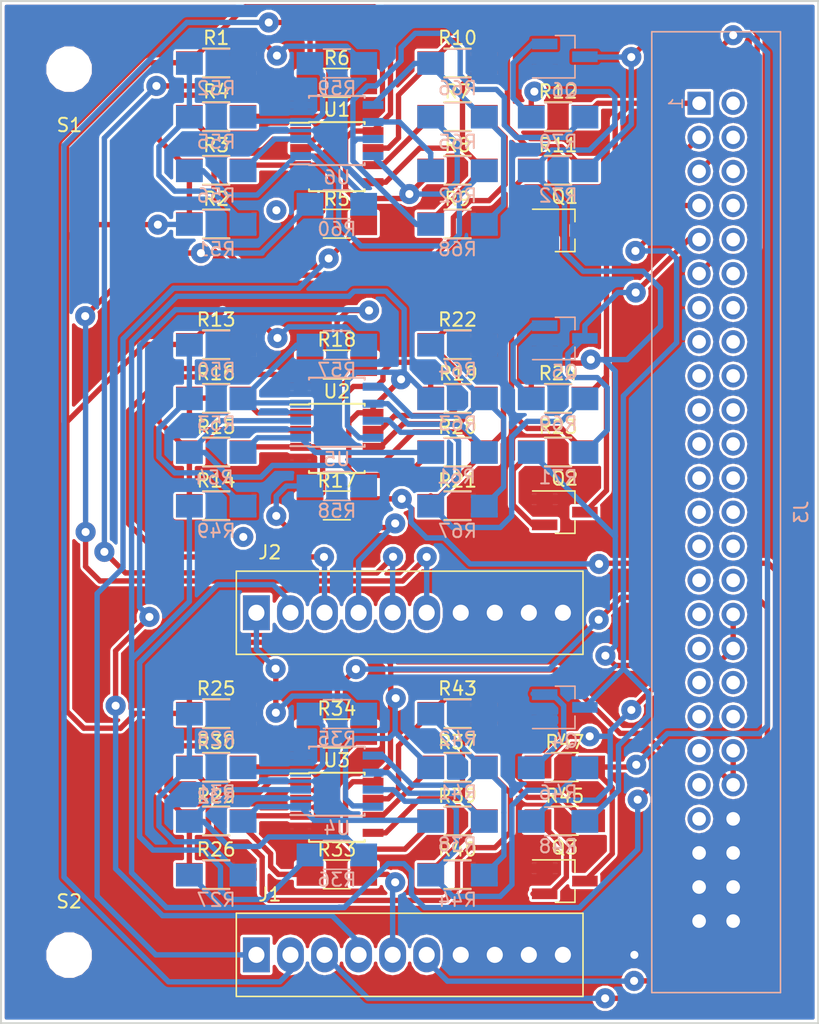
<source format=kicad_pcb>
(kicad_pcb (version 4) (host pcbnew 4.0.6)
  (layers (0 F.Cu signal) (31 B.Cu signal) (34 B.Paste user) (35 F.Paste user) (36 B.SilkS user) (37 F.SilkS user) (38 B.Mask user) (39 F.Mask user) (44 Edge.Cuts user))
  (net 0 "")
  (net 1 FLOW+_1)
  (net 2 FLOW-_1)
  (net 3 FLOW+_2)
  (net 4 FLOW-_2)
  (net 5 FLOW+_3)
  (net 6 FLOW-_3)
  (net 7 COM)
  (net 8 FLOW+_4)
  (net 9 FLOW-_4)
  (net 10 FLOW+_5)
  (net 11 FLOW-_5)
  (net 12 FLOW+_6)
  (net 13 FLOW-_6)
  (net 14 PULSE_OUT_1)
  (net 15 "Net-(J3-Pad2)")
  (net 16 PULSE_OUT_2)
  (net 17 "Net-(J3-Pad4)")
  (net 18 PULSE_OUT_3)
  (net 19 "Net-(J3-Pad6)")
  (net 20 PULSE_OUT_4)
  (net 21 "Net-(J3-Pad8)")
  (net 22 PULSE_OUT_5)
  (net 23 "Net-(J3-Pad10)")
  (net 24 PULSE_OUT_6)
  (net 25 "Net-(J3-Pad12)")
  (net 26 "Net-(J3-Pad13)")
  (net 27 "Net-(J3-Pad14)")
  (net 28 "Net-(J3-Pad15)")
  (net 29 "Net-(J3-Pad16)")
  (net 30 "Net-(J3-Pad17)")
  (net 31 "Net-(J3-Pad18)")
  (net 32 "Net-(J3-Pad19)")
  (net 33 "Net-(J3-Pad20)")
  (net 34 "Net-(J3-Pad21)")
  (net 35 "Net-(J3-Pad22)")
  (net 36 "Net-(J3-Pad23)")
  (net 37 "Net-(J3-Pad24)")
  (net 38 "Net-(J3-Pad25)")
  (net 39 "Net-(J3-Pad26)")
  (net 40 "Net-(J3-Pad27)")
  (net 41 "Net-(J3-Pad28)")
  (net 42 "Net-(J3-Pad29)")
  (net 43 "Net-(J3-Pad30)")
  (net 44 "Net-(J3-Pad31)")
  (net 45 "Net-(J3-Pad33)")
  (net 46 3.3VDC)
  (net 47 "Net-(J3-Pad35)")
  (net 48 "Net-(J3-Pad36)")
  (net 49 "Net-(J3-Pad37)")
  (net 50 "Net-(J3-Pad38)")
  (net 51 "Net-(J3-Pad39)")
  (net 52 "Net-(J3-Pad41)")
  (net 53 24VDC)
  (net 54 "Net-(J3-Pad43)")
  (net 55 "Net-(Q1-Pad2)")
  (net 56 "Net-(Q2-Pad2)")
  (net 57 "Net-(Q3-Pad2)")
  (net 58 "Net-(Q4-Pad2)")
  (net 59 "Net-(Q5-Pad2)")
  (net 60 "Net-(Q6-Pad2)")
  (net 61 "Net-(R1-Pad2)")
  (net 62 "Net-(R3-Pad2)")
  (net 63 "Net-(R4-Pad1)")
  (net 64 "Net-(R4-Pad2)")
  (net 65 "Net-(R7-Pad1)")
  (net 66 "Net-(R10-Pad2)")
  (net 67 "Net-(R10-Pad1)")
  (net 68 "Net-(R13-Pad2)")
  (net 69 "Net-(R15-Pad2)")
  (net 70 "Net-(R16-Pad1)")
  (net 71 "Net-(R16-Pad2)")
  (net 72 "Net-(R19-Pad1)")
  (net 73 "Net-(R20-Pad2)")
  (net 74 "Net-(R22-Pad1)")
  (net 75 "Net-(R25-Pad2)")
  (net 76 "Net-(R27-Pad2)")
  (net 77 "Net-(R29-Pad2)")
  (net 78 "Net-(R30-Pad1)")
  (net 79 "Net-(R30-Pad2)")
  (net 80 "Net-(R31-Pad2)")
  (net 81 "Net-(R32-Pad1)")
  (net 82 "Net-(R32-Pad2)")
  (net 83 "Net-(R37-Pad1)")
  (net 84 "Net-(R38-Pad1)")
  (net 85 "Net-(R39-Pad2)")
  (net 86 "Net-(R41-Pad2)")
  (net 87 "Net-(R43-Pad1)")
  (net 88 "Net-(R44-Pad1)")
  (net 89 "Net-(R49-Pad2)")
  (net 90 "Net-(R51-Pad2)")
  (net 91 "Net-(R53-Pad2)")
  (net 92 "Net-(R54-Pad1)")
  (net 93 "Net-(R54-Pad2)")
  (net 94 "Net-(R55-Pad2)")
  (net 95 "Net-(R56-Pad1)")
  (net 96 "Net-(R56-Pad2)")
  (net 97 "Net-(R61-Pad1)")
  (net 98 "Net-(R62-Pad1)")
  (net 99 "Net-(R63-Pad2)")
  (net 100 "Net-(R65-Pad2)")
  (net 101 "Net-(R67-Pad1)")
  (net 102 "Net-(R68-Pad1)")
  (module Mounting_Holes:MountingHole_3mm (layer F.Cu) (at 114.53 148.02)
    (fp_text reference S2 (at 0 -4) (layer F.SilkS))
    (fp_text value MountingHole_3mm hide)
    (pad 1 np_thru_hole circle (at 0 0) (size 3 3) (drill 3) (layers *.Cu *.Mask))
  )
  (module "Flow Meter Amp:PHNX_SCREW_CONN_10_POS_2.54_(1725737)" (layer F.Cu) (at 128.5 148)
    (fp_text reference J1 (at 1 -4.5) (layer F.SilkS))
    (fp_text value Screw_Terminal_1x10 hide)
    (pad 1 thru_hole rect (at 0 0) (size 2 2.6) (drill 1.2) (layers *.Cu *.Mask) (net 1 FLOW+_1))
    (pad 2 thru_hole oval (at 2.54 0) (size 2 2.6) (drill 1.2) (layers *.Cu *.Mask) (net 2 FLOW-_1))
    (pad 3 thru_hole oval (at 5.08 0) (size 2 2.6) (drill 1.2) (layers *.Cu *.Mask) (net 3 FLOW+_2))
    (pad 4 thru_hole oval (at 7.62 0) (size 2 2.6) (drill 1.2) (layers *.Cu *.Mask) (net 4 FLOW-_2))
    (pad 5 thru_hole oval (at 10.16 0) (size 2 2.6) (drill 1.2) (layers *.Cu *.Mask) (net 5 FLOW+_3))
    (pad 6 thru_hole oval (at 12.7 0) (size 2 2.6) (drill 1.2) (layers *.Cu *.Mask) (net 6 FLOW-_3))
    (pad 7 thru_hole oval (at 15.24 0) (size 2 2.6) (drill 1.2) (layers *.Cu *.Mask) (net 7 COM))
    (pad 8 thru_hole oval (at 17.78 0) (size 2 2.6) (drill 1.2) (layers *.Cu *.Mask) (net 7 COM))
    (pad 9 thru_hole oval (at 20.32 0) (size 2 2.6) (drill 1.2) (layers *.Cu *.Mask) (net 7 COM))
    (pad 10 thru_hole oval (at 22.86 0) (size 2 2.6) (drill 1.2) (layers *.Cu *.Mask) (net 7 COM))
  )
  (module "Flow Meter Amp:PHNX_SCREW_CONN_10_POS_2.54_(1725737)" (layer F.Cu) (at 128.5 122.5)
    (fp_text reference J2 (at 1 -4.5) (layer F.SilkS))
    (fp_text value Screw_Terminal_1x10 hide)
    (pad 1 thru_hole rect (at 0 0) (size 2 2.6) (drill 1.2) (layers *.Cu *.Mask) (net 8 FLOW+_4))
    (pad 2 thru_hole oval (at 2.54 0) (size 2 2.6) (drill 1.2) (layers *.Cu *.Mask) (net 9 FLOW-_4))
    (pad 3 thru_hole oval (at 5.08 0) (size 2 2.6) (drill 1.2) (layers *.Cu *.Mask) (net 10 FLOW+_5))
    (pad 4 thru_hole oval (at 7.62 0) (size 2 2.6) (drill 1.2) (layers *.Cu *.Mask) (net 11 FLOW-_5))
    (pad 5 thru_hole oval (at 10.16 0) (size 2 2.6) (drill 1.2) (layers *.Cu *.Mask) (net 12 FLOW+_6))
    (pad 6 thru_hole oval (at 12.7 0) (size 2 2.6) (drill 1.2) (layers *.Cu *.Mask) (net 13 FLOW-_6))
    (pad 7 thru_hole oval (at 15.24 0) (size 2 2.6) (drill 1.2) (layers *.Cu *.Mask) (net 7 COM))
    (pad 8 thru_hole oval (at 17.78 0) (size 2 2.6) (drill 1.2) (layers *.Cu *.Mask) (net 7 COM))
    (pad 9 thru_hole oval (at 20.32 0) (size 2 2.6) (drill 1.2) (layers *.Cu *.Mask) (net 7 COM))
    (pad 10 thru_hole oval (at 22.86 0) (size 2 2.6) (drill 1.2) (layers *.Cu *.Mask) (net 7 COM))
  )
  (module TO_SOT_Packages_SMD:SOT-23_Handsoldering (layer F.Cu) (at 151.5 94)
    (fp_text reference Q1 (at 0 -2.5) (layer F.SilkS))
    (fp_text value MMBT3904)
    (pad 1 smd rect (at -1.5 -0.95) (size 1.9 0.8) (layers F.Cu F.Paste F.Mask) (net 7 COM))
    (pad 2 smd rect (at -1.5 0.95) (size 1.9 0.8) (layers F.Cu F.Paste F.Mask) (net 55 "Net-(Q1-Pad2)"))
    (pad 3 smd rect (at 1.5 0) (size 1.9 0.8) (layers F.Cu F.Paste F.Mask) (net 14 PULSE_OUT_1))
  )
  (module TO_SOT_Packages_SMD:SOT-23_Handsoldering (layer F.Cu) (at 151.5 115)
    (fp_text reference Q2 (at 0 -2.5) (layer F.SilkS))
    (fp_text value MMBT3904)
    (pad 1 smd rect (at -1.5 -0.95) (size 1.9 0.8) (layers F.Cu F.Paste F.Mask) (net 7 COM))
    (pad 2 smd rect (at -1.5 0.95) (size 1.9 0.8) (layers F.Cu F.Paste F.Mask) (net 56 "Net-(Q2-Pad2)"))
    (pad 3 smd rect (at 1.5 0) (size 1.9 0.8) (layers F.Cu F.Paste F.Mask) (net 16 PULSE_OUT_2))
  )
  (module TO_SOT_Packages_SMD:SOT-23_Handsoldering (layer F.Cu) (at 151.5 142.5)
    (fp_text reference Q3 (at 0 -2.5) (layer F.SilkS))
    (fp_text value MMBT3904)
    (pad 1 smd rect (at -1.5 -0.95) (size 1.9 0.8) (layers F.Cu F.Paste F.Mask) (net 7 COM))
    (pad 2 smd rect (at -1.5 0.95) (size 1.9 0.8) (layers F.Cu F.Paste F.Mask) (net 57 "Net-(Q3-Pad2)"))
    (pad 3 smd rect (at 1.5 0) (size 1.9 0.8) (layers F.Cu F.Paste F.Mask) (net 18 PULSE_OUT_3))
  )
  (module TO_SOT_Packages_SMD:SOT-23_Handsoldering (layer B.Cu) (at 151.5 129.553)
    (fp_text reference Q4 (at 0 2.5) (layer B.SilkS) (effects (justify mirror)))
    (fp_text value MMBT3904)
    (pad 1 smd rect (at -1.5 0.95) (size 1.9 0.8) (layers B.Cu B.Paste B.Mask) (net 7 COM))
    (pad 2 smd rect (at -1.5 -0.95) (size 1.9 0.8) (layers B.Cu B.Paste B.Mask) (net 58 "Net-(Q4-Pad2)"))
    (pad 3 smd rect (at 1.5 0) (size 1.9 0.8) (layers B.Cu B.Paste B.Mask) (net 20 PULSE_OUT_4))
  )
  (module TO_SOT_Packages_SMD:SOT-23_Handsoldering (layer B.Cu) (at 151.5 102.053)
    (fp_text reference Q5 (at 0 2.5) (layer B.SilkS) (effects (justify mirror)))
    (fp_text value MMBT3904)
    (pad 1 smd rect (at -1.5 0.95) (size 1.9 0.8) (layers B.Cu B.Paste B.Mask) (net 7 COM))
    (pad 2 smd rect (at -1.5 -0.95) (size 1.9 0.8) (layers B.Cu B.Paste B.Mask) (net 59 "Net-(Q5-Pad2)"))
    (pad 3 smd rect (at 1.5 0) (size 1.9 0.8) (layers B.Cu B.Paste B.Mask) (net 22 PULSE_OUT_5))
  )
  (module TO_SOT_Packages_SMD:SOT-23_Handsoldering (layer B.Cu) (at 151.5 81.053)
    (fp_text reference Q6 (at 0 2.5) (layer B.SilkS) (effects (justify mirror)))
    (fp_text value MMBT3904)
    (pad 1 smd rect (at -1.5 0.95) (size 1.9 0.8) (layers B.Cu B.Paste B.Mask) (net 7 COM))
    (pad 2 smd rect (at -1.5 -0.95) (size 1.9 0.8) (layers B.Cu B.Paste B.Mask) (net 60 "Net-(Q6-Pad2)"))
    (pad 3 smd rect (at 1.5 0) (size 1.9 0.8) (layers B.Cu B.Paste B.Mask) (net 24 PULSE_OUT_6))
  )
  (module Resistors_SMD:R_1206_HandSoldering (layer F.Cu) (at 125.5 81.5)
    (fp_text reference R1 (at 0 -1.85) (layer F.SilkS))
    (fp_text value 2.2k)
    (pad 1 smd rect (at -2 0) (size 2 1.7) (layers F.Cu F.Paste F.Mask) (net 53 24VDC))
    (pad 2 smd rect (at 2 0) (size 2 1.7) (layers F.Cu F.Paste F.Mask) (net 61 "Net-(R1-Pad2)"))
  )
  (module Resistors_SMD:R_1206_HandSoldering (layer F.Cu) (at 125.5 93.5)
    (fp_text reference R2 (at 0 -1.85) (layer F.SilkS))
    (fp_text value 2.2k)
    (pad 1 smd rect (at -2 0) (size 2 1.7) (layers F.Cu F.Paste F.Mask) (net 61 "Net-(R1-Pad2)"))
    (pad 2 smd rect (at 2 0) (size 2 1.7) (layers F.Cu F.Paste F.Mask) (net 7 COM))
  )
  (module Resistors_SMD:R_1206_HandSoldering (layer F.Cu) (at 125.5 89.5)
    (fp_text reference R3 (at 0 -1.85) (layer F.SilkS))
    (fp_text value 499k)
    (pad 1 smd rect (at -2 0) (size 2 1.7) (layers F.Cu F.Paste F.Mask) (net 61 "Net-(R1-Pad2)"))
    (pad 2 smd rect (at 2 0) (size 2 1.7) (layers F.Cu F.Paste F.Mask) (net 62 "Net-(R3-Pad2)"))
  )
  (module Resistors_SMD:R_1206_HandSoldering (layer F.Cu) (at 125.5 85.5)
    (fp_text reference R4 (at 0 -1.85) (layer F.SilkS))
    (fp_text value 499k)
    (pad 1 smd rect (at -2 0) (size 2 1.7) (layers F.Cu F.Paste F.Mask) (net 63 "Net-(R4-Pad1)"))
    (pad 2 smd rect (at 2 0) (size 2 1.7) (layers F.Cu F.Paste F.Mask) (net 64 "Net-(R4-Pad2)"))
  )
  (module Resistors_SMD:R_1206_HandSoldering (layer F.Cu) (at 134.5 93.5)
    (fp_text reference R5 (at 0 -1.85) (layer F.SilkS))
    (fp_text value 3.32k)
    (pad 1 smd rect (at -2 0) (size 2 1.7) (layers F.Cu F.Paste F.Mask) (net 62 "Net-(R3-Pad2)"))
    (pad 2 smd rect (at 2 0) (size 2 1.7) (layers F.Cu F.Paste F.Mask) (net 1 FLOW+_1))
  )
  (module Resistors_SMD:R_1206_HandSoldering (layer F.Cu) (at 134.5 83)
    (fp_text reference R6 (at 0 -1.85) (layer F.SilkS))
    (fp_text value 3.32k)
    (pad 1 smd rect (at -2 0) (size 2 1.7) (layers F.Cu F.Paste F.Mask) (net 2 FLOW-_1))
    (pad 2 smd rect (at 2 0) (size 2 1.7) (layers F.Cu F.Paste F.Mask) (net 64 "Net-(R4-Pad2)"))
  )
  (module Resistors_SMD:R_1206_HandSoldering (layer F.Cu) (at 143.5 85.5)
    (fp_text reference R7 (at 0 -1.85) (layer F.SilkS))
    (fp_text value 10k)
    (pad 1 smd rect (at -2 0) (size 2 1.7) (layers F.Cu F.Paste F.Mask) (net 65 "Net-(R7-Pad1)"))
    (pad 2 smd rect (at 2 0) (size 2 1.7) (layers F.Cu F.Paste F.Mask) (net 63 "Net-(R4-Pad1)"))
  )
  (module Resistors_SMD:R_1206_HandSoldering (layer F.Cu) (at 143.5 89.5)
    (fp_text reference R8 (at 0 -1.85) (layer F.SilkS))
    (fp_text value 100k)
    (pad 1 smd rect (at -2 0) (size 2 1.7) (layers F.Cu F.Paste F.Mask) (net 53 24VDC))
    (pad 2 smd rect (at 2 0) (size 2 1.7) (layers F.Cu F.Paste F.Mask) (net 66 "Net-(R10-Pad2)"))
  )
  (module Resistors_SMD:R_1206_HandSoldering (layer F.Cu) (at 143.5 93.5)
    (fp_text reference R9 (at 0 -1.85) (layer F.SilkS))
    (fp_text value 100k)
    (pad 1 smd rect (at -2 0) (size 2 1.7) (layers F.Cu F.Paste F.Mask) (net 66 "Net-(R10-Pad2)"))
    (pad 2 smd rect (at 2 0) (size 2 1.7) (layers F.Cu F.Paste F.Mask) (net 7 COM))
  )
  (module Resistors_SMD:R_1206_HandSoldering (layer F.Cu) (at 143.5 81.5)
    (fp_text reference R10 (at 0 -1.85) (layer F.SilkS))
    (fp_text value 1M)
    (pad 1 smd rect (at -2 0) (size 2 1.7) (layers F.Cu F.Paste F.Mask) (net 67 "Net-(R10-Pad1)"))
    (pad 2 smd rect (at 2 0) (size 2 1.7) (layers F.Cu F.Paste F.Mask) (net 66 "Net-(R10-Pad2)"))
  )
  (module Resistors_SMD:R_1206_HandSoldering (layer F.Cu) (at 151 89.5)
    (fp_text reference R11 (at 0 -1.85) (layer F.SilkS))
    (fp_text value 10k)
    (pad 1 smd rect (at -2 0) (size 2 1.7) (layers F.Cu F.Paste F.Mask) (net 55 "Net-(Q1-Pad2)"))
    (pad 2 smd rect (at 2 0) (size 2 1.7) (layers F.Cu F.Paste F.Mask) (net 67 "Net-(R10-Pad1)"))
  )
  (module Resistors_SMD:R_1206_HandSoldering (layer F.Cu) (at 151 85.5)
    (fp_text reference R12 (at 0 -1.85) (layer F.SilkS))
    (fp_text value 1.2k)
    (pad 1 smd rect (at -2 0) (size 2 1.7) (layers F.Cu F.Paste F.Mask) (net 46 3.3VDC))
    (pad 2 smd rect (at 2 0) (size 2 1.7) (layers F.Cu F.Paste F.Mask) (net 14 PULSE_OUT_1))
  )
  (module Resistors_SMD:R_1206_HandSoldering (layer F.Cu) (at 125.5 102.5)
    (fp_text reference R13 (at 0 -1.85) (layer F.SilkS))
    (fp_text value 2.2k)
    (pad 1 smd rect (at -2 0) (size 2 1.7) (layers F.Cu F.Paste F.Mask) (net 53 24VDC))
    (pad 2 smd rect (at 2 0) (size 2 1.7) (layers F.Cu F.Paste F.Mask) (net 68 "Net-(R13-Pad2)"))
  )
  (module Resistors_SMD:R_1206_HandSoldering (layer F.Cu) (at 125.5 114.5)
    (fp_text reference R14 (at 0 -1.85) (layer F.SilkS))
    (fp_text value 2.2k)
    (pad 1 smd rect (at -2 0) (size 2 1.7) (layers F.Cu F.Paste F.Mask) (net 68 "Net-(R13-Pad2)"))
    (pad 2 smd rect (at 2 0) (size 2 1.7) (layers F.Cu F.Paste F.Mask) (net 7 COM))
  )
  (module Resistors_SMD:R_1206_HandSoldering (layer F.Cu) (at 125.5 110.5)
    (fp_text reference R15 (at 0 -1.85) (layer F.SilkS))
    (fp_text value 499k)
    (pad 1 smd rect (at -2 0) (size 2 1.7) (layers F.Cu F.Paste F.Mask) (net 68 "Net-(R13-Pad2)"))
    (pad 2 smd rect (at 2 0) (size 2 1.7) (layers F.Cu F.Paste F.Mask) (net 69 "Net-(R15-Pad2)"))
  )
  (module Resistors_SMD:R_1206_HandSoldering (layer F.Cu) (at 125.5 106.5 180)
    (fp_text reference R16 (at 0.02 1.85 180) (layer F.SilkS))
    (fp_text value 499k)
    (pad 1 smd rect (at -2 0 180) (size 2 1.7) (layers F.Cu F.Paste F.Mask) (net 70 "Net-(R16-Pad1)"))
    (pad 2 smd rect (at 2 0 180) (size 2 1.7) (layers F.Cu F.Paste F.Mask) (net 71 "Net-(R16-Pad2)"))
  )
  (module Resistors_SMD:R_1206_HandSoldering (layer F.Cu) (at 134.5 114.5)
    (fp_text reference R17 (at 0 -1.85) (layer F.SilkS))
    (fp_text value 3.32k)
    (pad 1 smd rect (at -2 0) (size 2 1.7) (layers F.Cu F.Paste F.Mask) (net 69 "Net-(R15-Pad2)"))
    (pad 2 smd rect (at 2 0) (size 2 1.7) (layers F.Cu F.Paste F.Mask) (net 3 FLOW+_2))
  )
  (module Resistors_SMD:R_1206_HandSoldering (layer F.Cu) (at 134.5 104)
    (fp_text reference R18 (at 0 -1.85) (layer F.SilkS))
    (fp_text value 3.32k)
    (pad 1 smd rect (at -2 0) (size 2 1.7) (layers F.Cu F.Paste F.Mask) (net 4 FLOW-_2))
    (pad 2 smd rect (at 2 0) (size 2 1.7) (layers F.Cu F.Paste F.Mask) (net 71 "Net-(R16-Pad2)"))
  )
  (module Resistors_SMD:R_1206_HandSoldering (layer F.Cu) (at 143.5 106.5 180)
    (fp_text reference R19 (at -0.06 1.83 180) (layer F.SilkS))
    (fp_text value 10k)
    (pad 1 smd rect (at -2 0 180) (size 2 1.7) (layers F.Cu F.Paste F.Mask) (net 72 "Net-(R19-Pad1)"))
    (pad 2 smd rect (at 2 0 180) (size 2 1.7) (layers F.Cu F.Paste F.Mask) (net 70 "Net-(R16-Pad1)"))
  )
  (module Resistors_SMD:R_1206_HandSoldering (layer F.Cu) (at 143.5 110.5)
    (fp_text reference R20 (at 0 -1.85) (layer F.SilkS))
    (fp_text value 100k)
    (pad 1 smd rect (at -2 0) (size 2 1.7) (layers F.Cu F.Paste F.Mask) (net 53 24VDC))
    (pad 2 smd rect (at 2 0) (size 2 1.7) (layers F.Cu F.Paste F.Mask) (net 73 "Net-(R20-Pad2)"))
  )
  (module Resistors_SMD:R_1206_HandSoldering (layer F.Cu) (at 143.5 114.5)
    (fp_text reference R21 (at 0 -1.85) (layer F.SilkS))
    (fp_text value 100k)
    (pad 1 smd rect (at -2 0) (size 2 1.7) (layers F.Cu F.Paste F.Mask) (net 73 "Net-(R20-Pad2)"))
    (pad 2 smd rect (at 2 0) (size 2 1.7) (layers F.Cu F.Paste F.Mask) (net 7 COM))
  )
  (module Resistors_SMD:R_1206_HandSoldering (layer F.Cu) (at 143.5 102.5)
    (fp_text reference R22 (at 0 -1.85) (layer F.SilkS))
    (fp_text value 1M)
    (pad 1 smd rect (at -2 0) (size 2 1.7) (layers F.Cu F.Paste F.Mask) (net 74 "Net-(R22-Pad1)"))
    (pad 2 smd rect (at 2 0) (size 2 1.7) (layers F.Cu F.Paste F.Mask) (net 73 "Net-(R20-Pad2)"))
  )
  (module Resistors_SMD:R_1206_HandSoldering (layer F.Cu) (at 151 110.5)
    (fp_text reference R23 (at 0 -1.85) (layer F.SilkS))
    (fp_text value 10k)
    (pad 1 smd rect (at -2 0) (size 2 1.7) (layers F.Cu F.Paste F.Mask) (net 56 "Net-(Q2-Pad2)"))
    (pad 2 smd rect (at 2 0) (size 2 1.7) (layers F.Cu F.Paste F.Mask) (net 74 "Net-(R22-Pad1)"))
  )
  (module Resistors_SMD:R_1206_HandSoldering (layer F.Cu) (at 151 106.5)
    (fp_text reference R24 (at 0 -1.85) (layer F.SilkS))
    (fp_text value 1.2k)
    (pad 1 smd rect (at -2 0) (size 2 1.7) (layers F.Cu F.Paste F.Mask) (net 46 3.3VDC))
    (pad 2 smd rect (at 2 0) (size 2 1.7) (layers F.Cu F.Paste F.Mask) (net 16 PULSE_OUT_2))
  )
  (module Resistors_SMD:R_1206_HandSoldering (layer F.Cu) (at 125.5 130)
    (fp_text reference R25 (at 0 -1.85) (layer F.SilkS))
    (fp_text value 2.2k)
    (pad 1 smd rect (at -2 0) (size 2 1.7) (layers F.Cu F.Paste F.Mask) (net 53 24VDC))
    (pad 2 smd rect (at 2 0) (size 2 1.7) (layers F.Cu F.Paste F.Mask) (net 75 "Net-(R25-Pad2)"))
  )
  (module Resistors_SMD:R_1206_HandSoldering (layer F.Cu) (at 125.5 142)
    (fp_text reference R26 (at 0 -1.85) (layer F.SilkS))
    (fp_text value 2.2k)
    (pad 1 smd rect (at -2 0) (size 2 1.7) (layers F.Cu F.Paste F.Mask) (net 75 "Net-(R25-Pad2)"))
    (pad 2 smd rect (at 2 0) (size 2 1.7) (layers F.Cu F.Paste F.Mask) (net 7 COM))
  )
  (module Resistors_SMD:R_1206_HandSoldering (layer B.Cu) (at 125.5 142.053)
    (fp_text reference R27 (at 0 1.85) (layer B.SilkS) (effects (justify mirror)))
    (fp_text value 2.2k)
    (pad 1 smd rect (at -2 0) (size 2 1.7) (layers B.Cu B.Paste B.Mask) (net 53 24VDC))
    (pad 2 smd rect (at 2 0) (size 2 1.7) (layers B.Cu B.Paste B.Mask) (net 76 "Net-(R27-Pad2)"))
  )
  (module Resistors_SMD:R_1206_HandSoldering (layer B.Cu) (at 125.5 130.053)
    (fp_text reference R28 (at 0 1.85) (layer B.SilkS) (effects (justify mirror)))
    (fp_text value 2.2k)
    (pad 1 smd rect (at -2 0) (size 2 1.7) (layers B.Cu B.Paste B.Mask) (net 76 "Net-(R27-Pad2)"))
    (pad 2 smd rect (at 2 0) (size 2 1.7) (layers B.Cu B.Paste B.Mask) (net 7 COM))
  )
  (module Resistors_SMD:R_1206_HandSoldering (layer F.Cu) (at 125.5 138)
    (fp_text reference R29 (at 0 -1.85) (layer F.SilkS))
    (fp_text value 499k)
    (pad 1 smd rect (at -2 0) (size 2 1.7) (layers F.Cu F.Paste F.Mask) (net 75 "Net-(R25-Pad2)"))
    (pad 2 smd rect (at 2 0) (size 2 1.7) (layers F.Cu F.Paste F.Mask) (net 77 "Net-(R29-Pad2)"))
  )
  (module Resistors_SMD:R_1206_HandSoldering (layer F.Cu) (at 125.5 134)
    (fp_text reference R30 (at 0 -1.85) (layer F.SilkS))
    (fp_text value 499k)
    (pad 1 smd rect (at -2 0) (size 2 1.7) (layers F.Cu F.Paste F.Mask) (net 78 "Net-(R30-Pad1)"))
    (pad 2 smd rect (at 2 0) (size 2 1.7) (layers F.Cu F.Paste F.Mask) (net 79 "Net-(R30-Pad2)"))
  )
  (module Resistors_SMD:R_1206_HandSoldering (layer B.Cu) (at 125.5 134.053)
    (fp_text reference R31 (at 0 1.85) (layer B.SilkS) (effects (justify mirror)))
    (fp_text value 499k)
    (pad 1 smd rect (at -2 0) (size 2 1.7) (layers B.Cu B.Paste B.Mask) (net 76 "Net-(R27-Pad2)"))
    (pad 2 smd rect (at 2 0) (size 2 1.7) (layers B.Cu B.Paste B.Mask) (net 80 "Net-(R31-Pad2)"))
  )
  (module Resistors_SMD:R_1206_HandSoldering (layer B.Cu) (at 125.5 138.053 180)
    (fp_text reference R32 (at 0 1.85 180) (layer B.SilkS) (effects (justify mirror)))
    (fp_text value 499k)
    (pad 1 smd rect (at -2 0 180) (size 2 1.7) (layers B.Cu B.Paste B.Mask) (net 81 "Net-(R32-Pad1)"))
    (pad 2 smd rect (at 2 0 180) (size 2 1.7) (layers B.Cu B.Paste B.Mask) (net 82 "Net-(R32-Pad2)"))
  )
  (module Resistors_SMD:R_1206_HandSoldering (layer F.Cu) (at 134.5 142)
    (fp_text reference R33 (at 0 -1.85) (layer F.SilkS))
    (fp_text value 3.32k)
    (pad 1 smd rect (at -2 0) (size 2 1.7) (layers F.Cu F.Paste F.Mask) (net 77 "Net-(R29-Pad2)"))
    (pad 2 smd rect (at 2 0) (size 2 1.7) (layers F.Cu F.Paste F.Mask) (net 5 FLOW+_3))
  )
  (module Resistors_SMD:R_1206_HandSoldering (layer F.Cu) (at 134.5 131.5)
    (fp_text reference R34 (at 0 -1.85) (layer F.SilkS))
    (fp_text value 3.32k)
    (pad 1 smd rect (at -2 0) (size 2 1.7) (layers F.Cu F.Paste F.Mask) (net 6 FLOW-_3))
    (pad 2 smd rect (at 2 0) (size 2 1.7) (layers F.Cu F.Paste F.Mask) (net 79 "Net-(R30-Pad2)"))
  )
  (module Resistors_SMD:R_1206_HandSoldering (layer B.Cu) (at 134.5 130.053)
    (fp_text reference R35 (at 0 1.85) (layer B.SilkS) (effects (justify mirror)))
    (fp_text value 3.32k)
    (pad 1 smd rect (at -2 0) (size 2 1.7) (layers B.Cu B.Paste B.Mask) (net 80 "Net-(R31-Pad2)"))
    (pad 2 smd rect (at 2 0) (size 2 1.7) (layers B.Cu B.Paste B.Mask) (net 8 FLOW+_4))
  )
  (module Resistors_SMD:R_1206_HandSoldering (layer B.Cu) (at 134.5 140.553)
    (fp_text reference R36 (at 0 1.85) (layer B.SilkS) (effects (justify mirror)))
    (fp_text value 3.32k)
    (pad 1 smd rect (at -2 0) (size 2 1.7) (layers B.Cu B.Paste B.Mask) (net 9 FLOW-_4))
    (pad 2 smd rect (at 2 0) (size 2 1.7) (layers B.Cu B.Paste B.Mask) (net 82 "Net-(R32-Pad2)"))
  )
  (module Resistors_SMD:R_1206_HandSoldering (layer F.Cu) (at 143.5 134)
    (fp_text reference R37 (at 0 -1.85) (layer F.SilkS))
    (fp_text value 10k)
    (pad 1 smd rect (at -2 0) (size 2 1.7) (layers F.Cu F.Paste F.Mask) (net 83 "Net-(R37-Pad1)"))
    (pad 2 smd rect (at 2 0) (size 2 1.7) (layers F.Cu F.Paste F.Mask) (net 78 "Net-(R30-Pad1)"))
  )
  (module Resistors_SMD:R_1206_HandSoldering (layer B.Cu) (at 143.5 138.053 180)
    (fp_text reference R38 (at 0.02 -1.727 180) (layer B.SilkS) (effects (justify mirror)))
    (fp_text value 10k)
    (pad 1 smd rect (at -2 0 180) (size 2 1.7) (layers B.Cu B.Paste B.Mask) (net 84 "Net-(R38-Pad1)"))
    (pad 2 smd rect (at 2 0 180) (size 2 1.7) (layers B.Cu B.Paste B.Mask) (net 81 "Net-(R32-Pad1)"))
  )
  (module Resistors_SMD:R_1206_HandSoldering (layer F.Cu) (at 143.5 138)
    (fp_text reference R39 (at 0 -1.85) (layer F.SilkS))
    (fp_text value 100k)
    (pad 1 smd rect (at -2 0) (size 2 1.7) (layers F.Cu F.Paste F.Mask) (net 53 24VDC))
    (pad 2 smd rect (at 2 0) (size 2 1.7) (layers F.Cu F.Paste F.Mask) (net 85 "Net-(R39-Pad2)"))
  )
  (module Resistors_SMD:R_1206_HandSoldering (layer F.Cu) (at 143.5 142)
    (fp_text reference R40 (at 0 -1.85) (layer F.SilkS))
    (fp_text value 100k)
    (pad 1 smd rect (at -2 0) (size 2 1.7) (layers F.Cu F.Paste F.Mask) (net 85 "Net-(R39-Pad2)"))
    (pad 2 smd rect (at 2 0) (size 2 1.7) (layers F.Cu F.Paste F.Mask) (net 7 COM))
  )
  (module Resistors_SMD:R_1206_HandSoldering (layer B.Cu) (at 143.5 134.053)
    (fp_text reference R41 (at 0 1.85) (layer B.SilkS) (effects (justify mirror)))
    (fp_text value 100k)
    (pad 1 smd rect (at -2 0) (size 2 1.7) (layers B.Cu B.Paste B.Mask) (net 53 24VDC))
    (pad 2 smd rect (at 2 0) (size 2 1.7) (layers B.Cu B.Paste B.Mask) (net 86 "Net-(R41-Pad2)"))
  )
  (module Resistors_SMD:R_1206_HandSoldering (layer B.Cu) (at 143.5 130.053)
    (fp_text reference R42 (at 0 1.85) (layer B.SilkS) (effects (justify mirror)))
    (fp_text value 100k)
    (pad 1 smd rect (at -2 0) (size 2 1.7) (layers B.Cu B.Paste B.Mask) (net 86 "Net-(R41-Pad2)"))
    (pad 2 smd rect (at 2 0) (size 2 1.7) (layers B.Cu B.Paste B.Mask) (net 7 COM))
  )
  (module Resistors_SMD:R_1206_HandSoldering (layer F.Cu) (at 143.5 130)
    (fp_text reference R43 (at 0 -1.85) (layer F.SilkS))
    (fp_text value 1M)
    (pad 1 smd rect (at -2 0) (size 2 1.7) (layers F.Cu F.Paste F.Mask) (net 87 "Net-(R43-Pad1)"))
    (pad 2 smd rect (at 2 0) (size 2 1.7) (layers F.Cu F.Paste F.Mask) (net 85 "Net-(R39-Pad2)"))
  )
  (module Resistors_SMD:R_1206_HandSoldering (layer B.Cu) (at 143.5 142.053)
    (fp_text reference R44 (at 0 1.85) (layer B.SilkS) (effects (justify mirror)))
    (fp_text value 1M)
    (pad 1 smd rect (at -2 0) (size 2 1.7) (layers B.Cu B.Paste B.Mask) (net 88 "Net-(R44-Pad1)"))
    (pad 2 smd rect (at 2 0) (size 2 1.7) (layers B.Cu B.Paste B.Mask) (net 86 "Net-(R41-Pad2)"))
  )
  (module Resistors_SMD:R_1206_HandSoldering (layer F.Cu) (at 151.5 138)
    (fp_text reference R45 (at 0 -1.85) (layer F.SilkS))
    (fp_text value 10k)
    (pad 1 smd rect (at -2 0) (size 2 1.7) (layers F.Cu F.Paste F.Mask) (net 57 "Net-(Q3-Pad2)"))
    (pad 2 smd rect (at 2 0) (size 2 1.7) (layers F.Cu F.Paste F.Mask) (net 87 "Net-(R43-Pad1)"))
  )
  (module Resistors_SMD:R_1206_HandSoldering (layer B.Cu) (at 151 134.053)
    (fp_text reference R46 (at 0 1.85) (layer B.SilkS) (effects (justify mirror)))
    (fp_text value 10k)
    (pad 1 smd rect (at -2 0) (size 2 1.7) (layers B.Cu B.Paste B.Mask) (net 58 "Net-(Q4-Pad2)"))
    (pad 2 smd rect (at 2 0) (size 2 1.7) (layers B.Cu B.Paste B.Mask) (net 88 "Net-(R44-Pad1)"))
  )
  (module Resistors_SMD:R_1206_HandSoldering (layer F.Cu) (at 151.5 134)
    (fp_text reference R47 (at 0 -1.85) (layer F.SilkS))
    (fp_text value 1.2k)
    (pad 1 smd rect (at -2 0) (size 2 1.7) (layers F.Cu F.Paste F.Mask) (net 46 3.3VDC))
    (pad 2 smd rect (at 2 0) (size 2 1.7) (layers F.Cu F.Paste F.Mask) (net 18 PULSE_OUT_3))
  )
  (module Resistors_SMD:R_1206_HandSoldering (layer B.Cu) (at 151 138.053)
    (fp_text reference R48 (at 0 1.85) (layer B.SilkS) (effects (justify mirror)))
    (fp_text value 1.2k)
    (pad 1 smd rect (at -2 0) (size 2 1.7) (layers B.Cu B.Paste B.Mask) (net 46 3.3VDC))
    (pad 2 smd rect (at 2 0) (size 2 1.7) (layers B.Cu B.Paste B.Mask) (net 20 PULSE_OUT_4))
  )
  (module Resistors_SMD:R_1206_HandSoldering (layer B.Cu) (at 125.5 114.553)
    (fp_text reference R49 (at 0 1.85) (layer B.SilkS) (effects (justify mirror)))
    (fp_text value 2.2k)
    (pad 1 smd rect (at -2 0) (size 2 1.7) (layers B.Cu B.Paste B.Mask) (net 53 24VDC))
    (pad 2 smd rect (at 2 0) (size 2 1.7) (layers B.Cu B.Paste B.Mask) (net 89 "Net-(R49-Pad2)"))
  )
  (module Resistors_SMD:R_1206_HandSoldering (layer B.Cu) (at 125.5 102.553)
    (fp_text reference R50 (at 0 1.85) (layer B.SilkS) (effects (justify mirror)))
    (fp_text value 2.2k)
    (pad 1 smd rect (at -2 0) (size 2 1.7) (layers B.Cu B.Paste B.Mask) (net 89 "Net-(R49-Pad2)"))
    (pad 2 smd rect (at 2 0) (size 2 1.7) (layers B.Cu B.Paste B.Mask) (net 7 COM))
  )
  (module Resistors_SMD:R_1206_HandSoldering (layer B.Cu) (at 125.5 93.553)
    (fp_text reference R51 (at 0 1.85) (layer B.SilkS) (effects (justify mirror)))
    (fp_text value 2.2k)
    (pad 1 smd rect (at -2 0) (size 2 1.7) (layers B.Cu B.Paste B.Mask) (net 53 24VDC))
    (pad 2 smd rect (at 2 0) (size 2 1.7) (layers B.Cu B.Paste B.Mask) (net 90 "Net-(R51-Pad2)"))
  )
  (module Resistors_SMD:R_1206_HandSoldering (layer B.Cu) (at 125.5 81.553)
    (fp_text reference R52 (at 0 1.85) (layer B.SilkS) (effects (justify mirror)))
    (fp_text value 2.2k)
    (pad 1 smd rect (at -2 0) (size 2 1.7) (layers B.Cu B.Paste B.Mask) (net 90 "Net-(R51-Pad2)"))
    (pad 2 smd rect (at 2 0) (size 2 1.7) (layers B.Cu B.Paste B.Mask) (net 7 COM))
  )
  (module Resistors_SMD:R_1206_HandSoldering (layer B.Cu) (at 125.5 106.553)
    (fp_text reference R53 (at 0 1.85) (layer B.SilkS) (effects (justify mirror)))
    (fp_text value 499k)
    (pad 1 smd rect (at -2 0) (size 2 1.7) (layers B.Cu B.Paste B.Mask) (net 89 "Net-(R49-Pad2)"))
    (pad 2 smd rect (at 2 0) (size 2 1.7) (layers B.Cu B.Paste B.Mask) (net 91 "Net-(R53-Pad2)"))
  )
  (module Resistors_SMD:R_1206_HandSoldering (layer B.Cu) (at 125.5 110.553 180)
    (fp_text reference R54 (at 0.15 -1.877 180) (layer B.SilkS) (effects (justify mirror)))
    (fp_text value 499k)
    (pad 1 smd rect (at -2 0 180) (size 2 1.7) (layers B.Cu B.Paste B.Mask) (net 92 "Net-(R54-Pad1)"))
    (pad 2 smd rect (at 2 0 180) (size 2 1.7) (layers B.Cu B.Paste B.Mask) (net 93 "Net-(R54-Pad2)"))
  )
  (module Resistors_SMD:R_1206_HandSoldering (layer B.Cu) (at 125.5 85.553)
    (fp_text reference R55 (at 0 1.85) (layer B.SilkS) (effects (justify mirror)))
    (fp_text value 499k)
    (pad 1 smd rect (at -2 0) (size 2 1.7) (layers B.Cu B.Paste B.Mask) (net 90 "Net-(R51-Pad2)"))
    (pad 2 smd rect (at 2 0) (size 2 1.7) (layers B.Cu B.Paste B.Mask) (net 94 "Net-(R55-Pad2)"))
  )
  (module Resistors_SMD:R_1206_HandSoldering (layer B.Cu) (at 125.5 89.553)
    (fp_text reference R56 (at 0 1.85) (layer B.SilkS) (effects (justify mirror)))
    (fp_text value 499k)
    (pad 1 smd rect (at -2 0) (size 2 1.7) (layers B.Cu B.Paste B.Mask) (net 95 "Net-(R56-Pad1)"))
    (pad 2 smd rect (at 2 0) (size 2 1.7) (layers B.Cu B.Paste B.Mask) (net 96 "Net-(R56-Pad2)"))
  )
  (module Resistors_SMD:R_1206_HandSoldering (layer B.Cu) (at 134.5 102.553)
    (fp_text reference R57 (at 0 1.85) (layer B.SilkS) (effects (justify mirror)))
    (fp_text value 3.32k)
    (pad 1 smd rect (at -2 0) (size 2 1.7) (layers B.Cu B.Paste B.Mask) (net 91 "Net-(R53-Pad2)"))
    (pad 2 smd rect (at 2 0) (size 2 1.7) (layers B.Cu B.Paste B.Mask) (net 10 FLOW+_5))
  )
  (module Resistors_SMD:R_1206_HandSoldering (layer B.Cu) (at 134.5 113.053)
    (fp_text reference R58 (at 0 1.85) (layer B.SilkS) (effects (justify mirror)))
    (fp_text value 3.32k)
    (pad 1 smd rect (at -2 0) (size 2 1.7) (layers B.Cu B.Paste B.Mask) (net 11 FLOW-_5))
    (pad 2 smd rect (at 2 0) (size 2 1.7) (layers B.Cu B.Paste B.Mask) (net 93 "Net-(R54-Pad2)"))
  )
  (module Resistors_SMD:R_1206_HandSoldering (layer B.Cu) (at 134.5 81.553)
    (fp_text reference R59 (at 0 1.85) (layer B.SilkS) (effects (justify mirror)))
    (fp_text value 3.32k)
    (pad 1 smd rect (at -2 0) (size 2 1.7) (layers B.Cu B.Paste B.Mask) (net 94 "Net-(R55-Pad2)"))
    (pad 2 smd rect (at 2 0) (size 2 1.7) (layers B.Cu B.Paste B.Mask) (net 12 FLOW+_6))
  )
  (module Resistors_SMD:R_1206_HandSoldering (layer B.Cu) (at 134.5 92.053)
    (fp_text reference R60 (at 0 1.85) (layer B.SilkS) (effects (justify mirror)))
    (fp_text value 3.32k)
    (pad 1 smd rect (at -2 0) (size 2 1.7) (layers B.Cu B.Paste B.Mask) (net 13 FLOW-_6))
    (pad 2 smd rect (at 2 0) (size 2 1.7) (layers B.Cu B.Paste B.Mask) (net 96 "Net-(R56-Pad2)"))
  )
  (module Resistors_SMD:R_1206_HandSoldering (layer B.Cu) (at 143.5 110.553 180)
    (fp_text reference R61 (at 0.08 -1.797 180) (layer B.SilkS) (effects (justify mirror)))
    (fp_text value 10k)
    (pad 1 smd rect (at -2 0 180) (size 2 1.7) (layers B.Cu B.Paste B.Mask) (net 97 "Net-(R61-Pad1)"))
    (pad 2 smd rect (at 2 0 180) (size 2 1.7) (layers B.Cu B.Paste B.Mask) (net 92 "Net-(R54-Pad1)"))
  )
  (module Resistors_SMD:R_1206_HandSoldering (layer B.Cu) (at 143.5 89.553)
    (fp_text reference R62 (at 0 1.85) (layer B.SilkS) (effects (justify mirror)))
    (fp_text value 10k)
    (pad 1 smd rect (at -2 0) (size 2 1.7) (layers B.Cu B.Paste B.Mask) (net 98 "Net-(R62-Pad1)"))
    (pad 2 smd rect (at 2 0) (size 2 1.7) (layers B.Cu B.Paste B.Mask) (net 95 "Net-(R56-Pad1)"))
  )
  (module Resistors_SMD:R_1206_HandSoldering (layer B.Cu) (at 143.5 106.553)
    (fp_text reference R63 (at 0 1.85) (layer B.SilkS) (effects (justify mirror)))
    (fp_text value 100k)
    (pad 1 smd rect (at -2 0) (size 2 1.7) (layers B.Cu B.Paste B.Mask) (net 53 24VDC))
    (pad 2 smd rect (at 2 0) (size 2 1.7) (layers B.Cu B.Paste B.Mask) (net 99 "Net-(R63-Pad2)"))
  )
  (module Resistors_SMD:R_1206_HandSoldering (layer B.Cu) (at 143.5 102.553)
    (fp_text reference R64 (at 0 1.85) (layer B.SilkS) (effects (justify mirror)))
    (fp_text value 100k)
    (pad 1 smd rect (at -2 0) (size 2 1.7) (layers B.Cu B.Paste B.Mask) (net 99 "Net-(R63-Pad2)"))
    (pad 2 smd rect (at 2 0) (size 2 1.7) (layers B.Cu B.Paste B.Mask) (net 7 COM))
  )
  (module Resistors_SMD:R_1206_HandSoldering (layer B.Cu) (at 143.5 85.553)
    (fp_text reference R65 (at 0 1.85) (layer B.SilkS) (effects (justify mirror)))
    (fp_text value 100k)
    (pad 1 smd rect (at -2 0) (size 2 1.7) (layers B.Cu B.Paste B.Mask) (net 53 24VDC))
    (pad 2 smd rect (at 2 0) (size 2 1.7) (layers B.Cu B.Paste B.Mask) (net 100 "Net-(R65-Pad2)"))
  )
  (module Resistors_SMD:R_1206_HandSoldering (layer B.Cu) (at 143.5 81.553)
    (fp_text reference R66 (at 0 1.85) (layer B.SilkS) (effects (justify mirror)))
    (fp_text value 100k)
    (pad 1 smd rect (at -2 0) (size 2 1.7) (layers B.Cu B.Paste B.Mask) (net 100 "Net-(R65-Pad2)"))
    (pad 2 smd rect (at 2 0) (size 2 1.7) (layers B.Cu B.Paste B.Mask) (net 7 COM))
  )
  (module Resistors_SMD:R_1206_HandSoldering (layer B.Cu) (at 143.5 114.553)
    (fp_text reference R67 (at 0 1.85) (layer B.SilkS) (effects (justify mirror)))
    (fp_text value 1M)
    (pad 1 smd rect (at -2 0) (size 2 1.7) (layers B.Cu B.Paste B.Mask) (net 101 "Net-(R67-Pad1)"))
    (pad 2 smd rect (at 2 0) (size 2 1.7) (layers B.Cu B.Paste B.Mask) (net 99 "Net-(R63-Pad2)"))
  )
  (module Resistors_SMD:R_1206_HandSoldering (layer B.Cu) (at 143.5 93.553)
    (fp_text reference R68 (at 0 1.85) (layer B.SilkS) (effects (justify mirror)))
    (fp_text value 1M)
    (pad 1 smd rect (at -2 0) (size 2 1.7) (layers B.Cu B.Paste B.Mask) (net 102 "Net-(R68-Pad1)"))
    (pad 2 smd rect (at 2 0) (size 2 1.7) (layers B.Cu B.Paste B.Mask) (net 100 "Net-(R65-Pad2)"))
  )
  (module Resistors_SMD:R_1206_HandSoldering (layer B.Cu) (at 151 106.553)
    (fp_text reference R69 (at 0 1.85) (layer B.SilkS) (effects (justify mirror)))
    (fp_text value 10k)
    (pad 1 smd rect (at -2 0) (size 2 1.7) (layers B.Cu B.Paste B.Mask) (net 59 "Net-(Q5-Pad2)"))
    (pad 2 smd rect (at 2 0) (size 2 1.7) (layers B.Cu B.Paste B.Mask) (net 101 "Net-(R67-Pad1)"))
  )
  (module Resistors_SMD:R_1206_HandSoldering (layer B.Cu) (at 151 85.553)
    (fp_text reference R70 (at 0 1.85) (layer B.SilkS) (effects (justify mirror)))
    (fp_text value 10k)
    (pad 1 smd rect (at -2 0) (size 2 1.7) (layers B.Cu B.Paste B.Mask) (net 60 "Net-(Q6-Pad2)"))
    (pad 2 smd rect (at 2 0) (size 2 1.7) (layers B.Cu B.Paste B.Mask) (net 102 "Net-(R68-Pad1)"))
  )
  (module Resistors_SMD:R_1206_HandSoldering (layer B.Cu) (at 151 110.553)
    (fp_text reference R71 (at 0 1.85) (layer B.SilkS) (effects (justify mirror)))
    (fp_text value 1.2k)
    (pad 1 smd rect (at -2 0) (size 2 1.7) (layers B.Cu B.Paste B.Mask) (net 46 3.3VDC))
    (pad 2 smd rect (at 2 0) (size 2 1.7) (layers B.Cu B.Paste B.Mask) (net 22 PULSE_OUT_5))
  )
  (module Resistors_SMD:R_1206_HandSoldering (layer B.Cu) (at 151 89.553)
    (fp_text reference R72 (at 0 1.85) (layer B.SilkS) (effects (justify mirror)))
    (fp_text value 1.2k)
    (pad 1 smd rect (at -2 0) (size 2 1.7) (layers B.Cu B.Paste B.Mask) (net 46 3.3VDC))
    (pad 2 smd rect (at 2 0) (size 2 1.7) (layers B.Cu B.Paste B.Mask) (net 24 PULSE_OUT_6))
  )
  (module Housings_SOIC:SOIC-8_3.9x4.9mm_Pitch1.27mm (layer F.Cu) (at 134.5 88.5)
    (fp_text reference U1 (at 0 -3.5) (layer F.SilkS))
    (fp_text value LM358)
    (pad 1 smd rect (at -2.7 -1.905) (size 1.55 0.6) (layers F.Cu F.Paste F.Mask) (net 63 "Net-(R4-Pad1)"))
    (pad 2 smd rect (at -2.7 -0.635) (size 1.55 0.6) (layers F.Cu F.Paste F.Mask) (net 64 "Net-(R4-Pad2)"))
    (pad 3 smd rect (at -2.7 0.635) (size 1.55 0.6) (layers F.Cu F.Paste F.Mask) (net 62 "Net-(R3-Pad2)"))
    (pad 4 smd rect (at -2.7 1.905) (size 1.55 0.6) (layers F.Cu F.Paste F.Mask) (net 7 COM))
    (pad 5 smd rect (at 2.7 1.905) (size 1.55 0.6) (layers F.Cu F.Paste F.Mask) (net 66 "Net-(R10-Pad2)"))
    (pad 6 smd rect (at 2.7 0.635) (size 1.55 0.6) (layers F.Cu F.Paste F.Mask) (net 65 "Net-(R7-Pad1)"))
    (pad 7 smd rect (at 2.7 -0.635) (size 1.55 0.6) (layers F.Cu F.Paste F.Mask) (net 67 "Net-(R10-Pad1)"))
    (pad 8 smd rect (at 2.7 -1.905) (size 1.55 0.6) (layers F.Cu F.Paste F.Mask) (net 53 24VDC))
  )
  (module Housings_SOIC:SOIC-8_3.9x4.9mm_Pitch1.27mm (layer F.Cu) (at 134.5 109.5)
    (fp_text reference U2 (at 0 -3.5) (layer F.SilkS))
    (fp_text value LM358)
    (pad 1 smd rect (at -2.7 -1.905) (size 1.55 0.6) (layers F.Cu F.Paste F.Mask) (net 70 "Net-(R16-Pad1)"))
    (pad 2 smd rect (at -2.7 -0.635) (size 1.55 0.6) (layers F.Cu F.Paste F.Mask) (net 71 "Net-(R16-Pad2)"))
    (pad 3 smd rect (at -2.7 0.635) (size 1.55 0.6) (layers F.Cu F.Paste F.Mask) (net 69 "Net-(R15-Pad2)"))
    (pad 4 smd rect (at -2.7 1.905) (size 1.55 0.6) (layers F.Cu F.Paste F.Mask) (net 7 COM))
    (pad 5 smd rect (at 2.7 1.905) (size 1.55 0.6) (layers F.Cu F.Paste F.Mask) (net 73 "Net-(R20-Pad2)"))
    (pad 6 smd rect (at 2.7 0.635) (size 1.55 0.6) (layers F.Cu F.Paste F.Mask) (net 72 "Net-(R19-Pad1)"))
    (pad 7 smd rect (at 2.7 -0.635) (size 1.55 0.6) (layers F.Cu F.Paste F.Mask) (net 74 "Net-(R22-Pad1)"))
    (pad 8 smd rect (at 2.7 -1.905) (size 1.55 0.6) (layers F.Cu F.Paste F.Mask) (net 53 24VDC))
  )
  (module Housings_SOIC:SOIC-8_3.9x4.9mm_Pitch1.27mm (layer F.Cu) (at 134.5 137)
    (fp_text reference U3 (at 0 -3.5) (layer F.SilkS))
    (fp_text value LM358)
    (pad 1 smd rect (at -2.7 -1.905) (size 1.55 0.6) (layers F.Cu F.Paste F.Mask) (net 78 "Net-(R30-Pad1)"))
    (pad 2 smd rect (at -2.7 -0.635) (size 1.55 0.6) (layers F.Cu F.Paste F.Mask) (net 79 "Net-(R30-Pad2)"))
    (pad 3 smd rect (at -2.7 0.635) (size 1.55 0.6) (layers F.Cu F.Paste F.Mask) (net 77 "Net-(R29-Pad2)"))
    (pad 4 smd rect (at -2.7 1.905) (size 1.55 0.6) (layers F.Cu F.Paste F.Mask) (net 7 COM))
    (pad 5 smd rect (at 2.7 1.905) (size 1.55 0.6) (layers F.Cu F.Paste F.Mask) (net 85 "Net-(R39-Pad2)"))
    (pad 6 smd rect (at 2.7 0.635) (size 1.55 0.6) (layers F.Cu F.Paste F.Mask) (net 83 "Net-(R37-Pad1)"))
    (pad 7 smd rect (at 2.7 -0.635) (size 1.55 0.6) (layers F.Cu F.Paste F.Mask) (net 87 "Net-(R43-Pad1)"))
    (pad 8 smd rect (at 2.7 -1.905) (size 1.55 0.6) (layers F.Cu F.Paste F.Mask) (net 53 24VDC))
  )
  (module Housings_SOIC:SOIC-8_3.9x4.9mm_Pitch1.27mm (layer B.Cu) (at 134.5 135.053)
    (fp_text reference U4 (at 0 3.5) (layer B.SilkS) (effects (justify mirror)))
    (fp_text value LM358)
    (pad 1 smd rect (at -2.7 1.905) (size 1.55 0.6) (layers B.Cu B.Paste B.Mask) (net 81 "Net-(R32-Pad1)"))
    (pad 2 smd rect (at -2.7 0.635) (size 1.55 0.6) (layers B.Cu B.Paste B.Mask) (net 82 "Net-(R32-Pad2)"))
    (pad 3 smd rect (at -2.7 -0.635) (size 1.55 0.6) (layers B.Cu B.Paste B.Mask) (net 80 "Net-(R31-Pad2)"))
    (pad 4 smd rect (at -2.7 -1.905) (size 1.55 0.6) (layers B.Cu B.Paste B.Mask) (net 7 COM))
    (pad 5 smd rect (at 2.7 -1.905) (size 1.55 0.6) (layers B.Cu B.Paste B.Mask) (net 86 "Net-(R41-Pad2)"))
    (pad 6 smd rect (at 2.7 -0.635) (size 1.55 0.6) (layers B.Cu B.Paste B.Mask) (net 84 "Net-(R38-Pad1)"))
    (pad 7 smd rect (at 2.7 0.635) (size 1.55 0.6) (layers B.Cu B.Paste B.Mask) (net 88 "Net-(R44-Pad1)"))
    (pad 8 smd rect (at 2.7 1.905) (size 1.55 0.6) (layers B.Cu B.Paste B.Mask) (net 53 24VDC))
  )
  (module Housings_SOIC:SOIC-8_3.9x4.9mm_Pitch1.27mm (layer B.Cu) (at 134.5 107.553)
    (fp_text reference U5 (at 0 3.5) (layer B.SilkS) (effects (justify mirror)))
    (fp_text value LM358)
    (pad 1 smd rect (at -2.7 1.905) (size 1.55 0.6) (layers B.Cu B.Paste B.Mask) (net 92 "Net-(R54-Pad1)"))
    (pad 2 smd rect (at -2.7 0.635) (size 1.55 0.6) (layers B.Cu B.Paste B.Mask) (net 93 "Net-(R54-Pad2)"))
    (pad 3 smd rect (at -2.7 -0.635) (size 1.55 0.6) (layers B.Cu B.Paste B.Mask) (net 91 "Net-(R53-Pad2)"))
    (pad 4 smd rect (at -2.7 -1.905) (size 1.55 0.6) (layers B.Cu B.Paste B.Mask) (net 7 COM))
    (pad 5 smd rect (at 2.7 -1.905) (size 1.55 0.6) (layers B.Cu B.Paste B.Mask) (net 99 "Net-(R63-Pad2)"))
    (pad 6 smd rect (at 2.7 -0.635) (size 1.55 0.6) (layers B.Cu B.Paste B.Mask) (net 97 "Net-(R61-Pad1)"))
    (pad 7 smd rect (at 2.7 0.635) (size 1.55 0.6) (layers B.Cu B.Paste B.Mask) (net 101 "Net-(R67-Pad1)"))
    (pad 8 smd rect (at 2.7 1.905) (size 1.55 0.6) (layers B.Cu B.Paste B.Mask) (net 53 24VDC))
  )
  (module Housings_SOIC:SOIC-8_3.9x4.9mm_Pitch1.27mm (layer B.Cu) (at 134.5 86.553)
    (fp_text reference U6 (at 0 3.5) (layer B.SilkS) (effects (justify mirror)))
    (fp_text value LM358)
    (pad 1 smd rect (at -2.7 1.905) (size 1.55 0.6) (layers B.Cu B.Paste B.Mask) (net 95 "Net-(R56-Pad1)"))
    (pad 2 smd rect (at -2.7 0.635) (size 1.55 0.6) (layers B.Cu B.Paste B.Mask) (net 96 "Net-(R56-Pad2)"))
    (pad 3 smd rect (at -2.7 -0.635) (size 1.55 0.6) (layers B.Cu B.Paste B.Mask) (net 94 "Net-(R55-Pad2)"))
    (pad 4 smd rect (at -2.7 -1.905) (size 1.55 0.6) (layers B.Cu B.Paste B.Mask) (net 7 COM))
    (pad 5 smd rect (at 2.7 -1.905) (size 1.55 0.6) (layers B.Cu B.Paste B.Mask) (net 100 "Net-(R65-Pad2)"))
    (pad 6 smd rect (at 2.7 -0.635) (size 1.55 0.6) (layers B.Cu B.Paste B.Mask) (net 98 "Net-(R62-Pad1)"))
    (pad 7 smd rect (at 2.7 0.635) (size 1.55 0.6) (layers B.Cu B.Paste B.Mask) (net 102 "Net-(R68-Pad1)"))
    (pad 8 smd rect (at 2.7 1.905) (size 1.55 0.6) (layers B.Cu B.Paste B.Mask) (net 53 24VDC))
  )
  (module "Flow Meter Amp:50_PIN_RECPT_(68683-325LF)" (layer B.Cu) (at 161.52 84.523 90)
    (fp_text reference J3 (at -30.48 7.62 90) (layer B.SilkS) (effects (justify mirror)))
    (fp_text value CONN_02X25 hide)
    (fp_text user 1 (at -0.02 -1.72 90) (layer B.SilkS) (effects (font (thickness 0.12)) (justify mirror)))
    (pad 1 thru_hole rect (at 0 0 90) (size 1.7272 1.7272) (drill 1.016) (layers *.Cu *.Mask) (net 14 PULSE_OUT_1))
    (pad 2 thru_hole oval (at 0 2.54 90) (size 1.7272 1.7272) (drill 1.016) (layers *.Cu *.Mask) (net 15 "Net-(J3-Pad2)"))
    (pad 3 thru_hole oval (at -2.54 0 90) (size 1.7272 1.7272) (drill 1.016) (layers *.Cu *.Mask) (net 16 PULSE_OUT_2))
    (pad 4 thru_hole oval (at -2.54 2.54 90) (size 1.7272 1.7272) (drill 1.016) (layers *.Cu *.Mask) (net 17 "Net-(J3-Pad4)"))
    (pad 5 thru_hole oval (at -5.08 0 90) (size 1.7272 1.7272) (drill 1.016) (layers *.Cu *.Mask) (net 18 PULSE_OUT_3))
    (pad 6 thru_hole oval (at -5.08 2.54 90) (size 1.7272 1.7272) (drill 1.016) (layers *.Cu *.Mask) (net 19 "Net-(J3-Pad6)"))
    (pad 7 thru_hole oval (at -7.62 0 90) (size 1.7272 1.7272) (drill 1.016) (layers *.Cu *.Mask) (net 20 PULSE_OUT_4))
    (pad 8 thru_hole oval (at -7.62 2.54 90) (size 1.7272 1.7272) (drill 1.016) (layers *.Cu *.Mask) (net 21 "Net-(J3-Pad8)"))
    (pad 9 thru_hole oval (at -10.16 0 90) (size 1.7272 1.7272) (drill 1.016) (layers *.Cu *.Mask) (net 22 PULSE_OUT_5))
    (pad 10 thru_hole oval (at -10.16 2.54 90) (size 1.7272 1.7272) (drill 1.016) (layers *.Cu *.Mask) (net 23 "Net-(J3-Pad10)"))
    (pad 11 thru_hole oval (at -12.7 0 90) (size 1.7272 1.7272) (drill 1.016) (layers *.Cu *.Mask) (net 24 PULSE_OUT_6))
    (pad 12 thru_hole oval (at -12.7 2.54 90) (size 1.7272 1.7272) (drill 1.016) (layers *.Cu *.Mask) (net 25 "Net-(J3-Pad12)"))
    (pad 13 thru_hole oval (at -15.24 0 90) (size 1.7272 1.7272) (drill 1.016) (layers *.Cu *.Mask) (net 26 "Net-(J3-Pad13)"))
    (pad 14 thru_hole oval (at -15.24 2.54 90) (size 1.7272 1.7272) (drill 1.016) (layers *.Cu *.Mask) (net 27 "Net-(J3-Pad14)"))
    (pad 15 thru_hole oval (at -17.78 0 90) (size 1.7272 1.7272) (drill 1.016) (layers *.Cu *.Mask) (net 28 "Net-(J3-Pad15)"))
    (pad 16 thru_hole oval (at -17.78 2.54 90) (size 1.7272 1.7272) (drill 1.016) (layers *.Cu *.Mask) (net 29 "Net-(J3-Pad16)"))
    (pad 17 thru_hole oval (at -20.32 0 90) (size 1.7272 1.7272) (drill 1.016) (layers *.Cu *.Mask) (net 30 "Net-(J3-Pad17)"))
    (pad 18 thru_hole oval (at -20.32 2.54 90) (size 1.7272 1.7272) (drill 1.016) (layers *.Cu *.Mask) (net 31 "Net-(J3-Pad18)"))
    (pad 19 thru_hole oval (at -22.86 0 90) (size 1.7272 1.7272) (drill 1.016) (layers *.Cu *.Mask) (net 32 "Net-(J3-Pad19)"))
    (pad 20 thru_hole oval (at -22.86 2.54 90) (size 1.7272 1.7272) (drill 1.016) (layers *.Cu *.Mask) (net 33 "Net-(J3-Pad20)"))
    (pad 21 thru_hole oval (at -25.4 0 90) (size 1.7272 1.7272) (drill 1.016) (layers *.Cu *.Mask) (net 34 "Net-(J3-Pad21)"))
    (pad 22 thru_hole oval (at -25.4 2.54 90) (size 1.7272 1.7272) (drill 1.016) (layers *.Cu *.Mask) (net 35 "Net-(J3-Pad22)"))
    (pad 23 thru_hole oval (at -27.94 0 90) (size 1.7272 1.7272) (drill 1.016) (layers *.Cu *.Mask) (net 36 "Net-(J3-Pad23)"))
    (pad 24 thru_hole oval (at -27.94 2.54 90) (size 1.7272 1.7272) (drill 1.016) (layers *.Cu *.Mask) (net 37 "Net-(J3-Pad24)"))
    (pad 25 thru_hole oval (at -30.48 0 90) (size 1.7272 1.7272) (drill 1.016) (layers *.Cu *.Mask) (net 38 "Net-(J3-Pad25)"))
    (pad 26 thru_hole oval (at -30.48 2.54 90) (size 1.7272 1.7272) (drill 1.016) (layers *.Cu *.Mask) (net 39 "Net-(J3-Pad26)"))
    (pad 27 thru_hole oval (at -33.02 0 90) (size 1.7272 1.7272) (drill 1.016) (layers *.Cu *.Mask) (net 40 "Net-(J3-Pad27)"))
    (pad 28 thru_hole oval (at -33.02 2.54 90) (size 1.7272 1.7272) (drill 1.016) (layers *.Cu *.Mask) (net 41 "Net-(J3-Pad28)"))
    (pad 29 thru_hole oval (at -35.56 0 90) (size 1.7272 1.7272) (drill 1.016) (layers *.Cu *.Mask) (net 42 "Net-(J3-Pad29)"))
    (pad 30 thru_hole oval (at -35.56 2.54 90) (size 1.7272 1.7272) (drill 1.016) (layers *.Cu *.Mask) (net 43 "Net-(J3-Pad30)"))
    (pad 31 thru_hole oval (at -38.1 0 90) (size 1.7272 1.7272) (drill 1.016) (layers *.Cu *.Mask) (net 44 "Net-(J3-Pad31)"))
    (pad 32 thru_hole oval (at -38.1 2.54 90) (size 1.7272 1.7272) (drill 1.016) (layers *.Cu *.Mask) (net 46 3.3VDC))
    (pad 33 thru_hole oval (at -40.64 0 90) (size 1.7272 1.7272) (drill 1.016) (layers *.Cu *.Mask) (net 45 "Net-(J3-Pad33)"))
    (pad 34 thru_hole oval (at -40.64 2.54 90) (size 1.7272 1.7272) (drill 1.016) (layers *.Cu *.Mask) (net 46 3.3VDC))
    (pad 35 thru_hole oval (at -43.18 0 90) (size 1.7272 1.7272) (drill 1.016) (layers *.Cu *.Mask) (net 47 "Net-(J3-Pad35)"))
    (pad 36 thru_hole oval (at -43.18 2.54 90) (size 1.7272 1.7272) (drill 1.016) (layers *.Cu *.Mask) (net 48 "Net-(J3-Pad36)"))
    (pad 37 thru_hole oval (at -45.72 0 90) (size 1.7272 1.7272) (drill 1.016) (layers *.Cu *.Mask) (net 49 "Net-(J3-Pad37)"))
    (pad 38 thru_hole oval (at -45.72 2.54 90) (size 1.7272 1.7272) (drill 1.016) (layers *.Cu *.Mask) (net 50 "Net-(J3-Pad38)"))
    (pad 39 thru_hole oval (at -48.26 0 90) (size 1.7272 1.7272) (drill 1.016) (layers *.Cu *.Mask) (net 51 "Net-(J3-Pad39)"))
    (pad 40 thru_hole oval (at -48.26 2.54 90) (size 1.7272 1.7272) (drill 1.016) (layers *.Cu *.Mask) (net 53 24VDC))
    (pad 41 thru_hole oval (at -50.8 0 90) (size 1.7272 1.7272) (drill 1.016) (layers *.Cu *.Mask) (net 52 "Net-(J3-Pad41)"))
    (pad 42 thru_hole oval (at -50.8 2.54 90) (size 1.7272 1.7272) (drill 1.016) (layers *.Cu *.Mask) (net 53 24VDC))
    (pad 43 thru_hole oval (at -53.34 0 90) (size 1.7272 1.7272) (drill 1.016) (layers *.Cu *.Mask) (net 54 "Net-(J3-Pad43)"))
    (pad 44 thru_hole oval (at -53.34 2.54 90) (size 1.7272 1.7272) (drill 1.016) (layers *.Cu *.Mask) (net 7 COM))
    (pad 45 thru_hole oval (at -55.88 0 90) (size 1.7272 1.7272) (drill 1.016) (layers *.Cu *.Mask) (net 7 COM))
    (pad 46 thru_hole oval (at -55.88 2.54 90) (size 1.7272 1.7272) (drill 1.016) (layers *.Cu *.Mask) (net 7 COM))
    (pad 47 thru_hole oval (at -58.42 0 90) (size 1.7272 1.7272) (drill 1.016) (layers *.Cu *.Mask) (net 7 COM))
    (pad 48 thru_hole oval (at -58.42 2.54 90) (size 1.7272 1.7272) (drill 1.016) (layers *.Cu *.Mask) (net 7 COM))
    (pad 49 thru_hole oval (at -60.96 0 90) (size 1.7272 1.7272) (drill 1.016) (layers *.Cu *.Mask) (net 7 COM))
    (pad 50 thru_hole oval (at -60.96 2.54 90) (size 1.7272 1.7272) (drill 1.016) (layers *.Cu *.Mask) (net 7 COM))
  )
  (module Mounting_Holes:MountingHole_3mm (layer F.Cu) (at 114.53 81.98)
    (fp_text reference S1 (at 0.02 4.17) (layer F.SilkS))
    (fp_text value MountingHole_3mm hide)
    (pad 1 np_thru_hole circle (at 0 0) (size 3 3) (drill 3) (layers *.Cu *.Mask))
  )
  (gr_line (start 170.41 76.9) (end 170.41 153.1) (angle 90) (layer Edge.Cuts) (width 0.15))
  (gr_line (start 109.45 153.1) (end 170.41 153.1) (angle 90) (layer Edge.Cuts) (width 0.15))
  (gr_line (start 109.45 76.9) (end 170.41 76.9) (angle 90) (layer Edge.Cuts) (width 0.15))
  (gr_line (start 109.45 76.9) (end 109.45 153.1) (angle 90) (layer Edge.Cuts) (width 0.15))
  (via (at 127.52 116.85) (size 1.5) (drill 0.6) (layers F.Cu B.Cu) (net 0))
  (segment (start 129.97 92.5) (end 129.99 92.5) (width 0.4) (layer B.Cu) (net 0))
  (via (at 129.99 92.5) (size 1.5) (drill 0.6) (layers F.Cu B.Cu) (net 0))
  (segment (start 118.55 145.55) (end 116.62 143.62) (width 0.4) (layer B.Cu) (net 1))
  (segment (start 128.5 148) (end 121 148) (width 0.4) (layer B.Cu) (net 1))
  (segment (start 121 148) (end 118.55 145.55) (width 0.4) (layer B.Cu) (net 1))
  (segment (start 116.62 121.07) (end 118.55 119.14) (width 0.4) (layer B.Cu) (net 1))
  (segment (start 116.62 143.62) (end 116.62 121.07) (width 0.4) (layer B.Cu) (net 1))
  (segment (start 133.89 96.09) (end 136.48 93.5) (width 0.4) (layer F.Cu) (net 1))
  (via (at 133.89 96.09) (size 1.5) (drill 0.6) (layers F.Cu B.Cu) (net 1))
  (segment (start 131.670002 98.309998) (end 133.89 96.09) (width 0.4) (layer B.Cu) (net 1))
  (segment (start 122.321472 98.309998) (end 131.670002 98.309998) (width 0.4) (layer B.Cu) (net 1))
  (segment (start 118.55 102.08147) (end 122.321472 98.309998) (width 0.4) (layer B.Cu) (net 1))
  (segment (start 118.55 119.14) (end 118.55 102.08147) (width 0.4) (layer B.Cu) (net 1))
  (segment (start 136.48 93.5) (end 136.5 93.5) (width 0.4) (layer F.Cu) (net 1))
  (segment (start 121.5 80.31) (end 123.31 78.5) (width 0.4) (layer B.Cu) (net 2))
  (segment (start 114.15 87.66) (end 121.5 80.31) (width 0.4) (layer B.Cu) (net 2))
  (segment (start 114.15 142.21) (end 114.15 87.66) (width 0.4) (layer B.Cu) (net 2))
  (segment (start 121.95 150.01) (end 114.15 142.21) (width 0.4) (layer B.Cu) (net 2))
  (segment (start 130.25 150.01) (end 121.95 150.01) (width 0.4) (layer B.Cu) (net 2))
  (segment (start 131.04 149.22) (end 130.25 150.01) (width 0.4) (layer B.Cu) (net 2))
  (segment (start 132.5 79.75) (end 132.5 83) (width 0.4) (layer F.Cu) (net 2))
  (segment (start 131.25 78.5) (end 132.5 79.75) (width 0.4) (layer F.Cu) (net 2))
  (segment (start 129.42 78.5) (end 131.25 78.5) (width 0.4) (layer F.Cu) (net 2))
  (via (at 129.42 78.5) (size 1.5) (drill 0.6) (layers F.Cu B.Cu) (net 2))
  (segment (start 123.31 78.5) (end 129.42 78.5) (width 0.4) (layer B.Cu) (net 2))
  (segment (start 131.04 148) (end 131.04 149.22) (width 0.4) (layer B.Cu) (net 2))
  (segment (start 133.58 148) (end 136.82 151.24) (width 0.4) (layer B.Cu) (net 3))
  (via (at 139.34 114.01) (size 1.5) (drill 0.6) (layers F.Cu B.Cu) (net 3))
  (segment (start 139.34 114.01) (end 140.03 114.7) (width 0.4) (layer B.Cu) (net 3))
  (segment (start 140.03 114.7) (end 140.03 115.76) (width 0.4) (layer B.Cu) (net 3))
  (segment (start 140.03 115.76) (end 141.19 116.92) (width 0.4) (layer B.Cu) (net 3))
  (segment (start 141.19 116.92) (end 142.49 116.92) (width 0.4) (layer B.Cu) (net 3))
  (segment (start 142.49 116.92) (end 144.43 118.86) (width 0.4) (layer B.Cu) (net 3))
  (segment (start 144.43 118.86) (end 154.06 118.86) (width 0.4) (layer B.Cu) (net 3))
  (via (at 154.06 118.86) (size 1.5) (drill 0.6) (layers F.Cu B.Cu) (net 3))
  (segment (start 154.06 118.86) (end 154.11 118.81) (width 0.4) (layer F.Cu) (net 3))
  (segment (start 154.11 118.81) (end 166.69 118.81) (width 0.4) (layer F.Cu) (net 3))
  (segment (start 166.69 118.81) (end 167.22 119.34) (width 0.4) (layer F.Cu) (net 3))
  (segment (start 167.22 119.34) (end 167.22 149.34) (width 0.4) (layer F.Cu) (net 3))
  (segment (start 139.34 114.01) (end 136.99 114.01) (width 0.4) (layer F.Cu) (net 3))
  (segment (start 165.32 151.24) (end 167.22 149.34) (width 0.4) (layer F.Cu) (net 3))
  (segment (start 154.51 151.24) (end 165.32 151.24) (width 0.4) (layer F.Cu) (net 3))
  (via (at 154.51 151.24) (size 1.5) (drill 0.6) (layers F.Cu B.Cu) (net 3))
  (segment (start 136.82 151.24) (end 154.51 151.24) (width 0.4) (layer B.Cu) (net 3))
  (segment (start 136.5 114.5) (end 136.99 114.01) (width 0.4) (layer F.Cu) (net 3))
  (segment (start 120.52 122.81) (end 118 125.33) (width 0.4) (layer F.Cu) (net 4))
  (segment (start 134.15 145.08) (end 136.12 147.05) (width 0.4) (layer B.Cu) (net 4))
  (segment (start 121.5 145.08) (end 134.15 145.08) (width 0.4) (layer B.Cu) (net 4))
  (segment (start 118 141.58) (end 121.5 145.08) (width 0.4) (layer B.Cu) (net 4))
  (segment (start 118 129.43) (end 118 141.58) (width 0.4) (layer B.Cu) (net 4))
  (via (at 118 129.43) (size 1.5) (drill 0.6) (layers F.Cu B.Cu) (net 4))
  (segment (start 118 125.33) (end 118 129.43) (width 0.4) (layer F.Cu) (net 4))
  (segment (start 136.12 147.05) (end 136.12 148) (width 0.4) (layer B.Cu) (net 4))
  (segment (start 120.46 101.91) (end 119.790002 102.579998) (width 0.4) (layer B.Cu) (net 4))
  (segment (start 134.09 104) (end 134.52 103.57) (width 0.4) (layer F.Cu) (net 4))
  (segment (start 134.52 103.57) (end 134.52 100.77) (width 0.4) (layer F.Cu) (net 4))
  (segment (start 134.52 100.77) (end 135.32 99.97) (width 0.4) (layer F.Cu) (net 4))
  (segment (start 135.32 99.97) (end 136.9 99.97) (width 0.4) (layer F.Cu) (net 4))
  (via (at 136.9 99.97) (size 1.5) (drill 0.6) (layers F.Cu B.Cu) (net 4))
  (segment (start 136.9 99.97) (end 136.84 99.91) (width 0.4) (layer B.Cu) (net 4))
  (segment (start 136.84 99.91) (end 122.46 99.91) (width 0.4) (layer B.Cu) (net 4))
  (segment (start 122.46 99.91) (end 120.46 101.91) (width 0.4) (layer B.Cu) (net 4))
  (segment (start 132.5 104) (end 134.09 104) (width 0.4) (layer F.Cu) (net 4))
  (segment (start 120.52 122.81) (end 120.52 122.98) (width 0.4) (layer F.Cu) (net 4))
  (via (at 120.52 122.81) (size 1.5) (drill 0.6) (layers F.Cu B.Cu) (net 4))
  (segment (start 119.790002 122.080002) (end 120.52 122.81) (width 0.4) (layer B.Cu) (net 4))
  (segment (start 119.790002 102.579998) (end 119.790002 122.080002) (width 0.4) (layer B.Cu) (net 4))
  (segment (start 138.66 148) (end 138.66 142.78) (width 0.4) (layer B.Cu) (net 5))
  (segment (start 138.26 142) (end 136.5 142) (width 0.4) (layer F.Cu) (net 5))
  (segment (start 138.85 142.59) (end 138.26 142) (width 0.4) (layer F.Cu) (net 5))
  (via (at 138.85 142.59) (size 1.5) (drill 0.6) (layers F.Cu B.Cu) (net 5))
  (segment (start 138.66 142.78) (end 138.85 142.59) (width 0.4) (layer B.Cu) (net 5))
  (segment (start 165.77 149.94) (end 166.61 149.1) (width 0.4) (layer F.Cu) (net 6))
  (segment (start 142.75 149.96) (end 156.65 149.96) (width 0.4) (layer B.Cu) (net 6))
  (segment (start 156.65 149.96) (end 156.67 149.94) (width 0.4) (layer B.Cu) (net 6))
  (via (at 156.67 149.94) (size 1.5) (drill 0.6) (layers F.Cu B.Cu) (net 6))
  (segment (start 156.67 149.94) (end 165.77 149.94) (width 0.4) (layer F.Cu) (net 6))
  (segment (start 132.5 131.5) (end 133.66 131.5) (width 0.4) (layer F.Cu) (net 6))
  (segment (start 134.54 130.62) (end 133.66 131.5) (width 0.4) (layer F.Cu) (net 6))
  (segment (start 134.54 128.08) (end 134.54 130.62) (width 0.4) (layer F.Cu) (net 6))
  (segment (start 135.92 126.7) (end 134.54 128.08) (width 0.4) (layer F.Cu) (net 6))
  (via (at 135.92 126.7) (size 1.5) (drill 0.6) (layers F.Cu B.Cu) (net 6))
  (segment (start 150.35 126.7) (end 135.92 126.7) (width 0.4) (layer B.Cu) (net 6))
  (segment (start 154.03 123.02) (end 150.35 126.7) (width 0.4) (layer B.Cu) (net 6))
  (via (at 154.03 123.02) (size 1.5) (drill 0.6) (layers F.Cu B.Cu) (net 6))
  (segment (start 155.7 121.35) (end 154.03 123.02) (width 0.4) (layer F.Cu) (net 6))
  (segment (start 165.83 121.35) (end 155.7 121.35) (width 0.4) (layer F.Cu) (net 6))
  (segment (start 142.75 149.96) (end 141.2 148.41) (width 0.4) (layer B.Cu) (net 6))
  (segment (start 166.61 122.13) (end 165.83 121.35) (width 0.4) (layer F.Cu) (net 6))
  (segment (start 166.61 149.1) (end 166.61 122.13) (width 0.4) (layer F.Cu) (net 6))
  (segment (start 141.2 148) (end 141.2 148.41) (width 0.4) (layer B.Cu) (net 6))
  (segment (start 141.2 148) (end 141.2 148.78) (width 0.4) (layer B.Cu) (net 6))
  (segment (start 151.36 148) (end 156.69 148) (width 0.4) (layer B.Cu) (net 7))
  (segment (start 161.543 148) (end 164.06 145.483) (width 0.4) (layer F.Cu) (net 7))
  (segment (start 156.69 148) (end 161.543 148) (width 0.4) (layer F.Cu) (net 7))
  (via (at 156.69 148) (size 1.5) (drill 0.6) (layers F.Cu B.Cu) (net 7))
  (segment (start 143.74 122.5) (end 151.36 122.5) (width 0.4) (layer B.Cu) (net 7))
  (segment (start 143.74 148) (end 151.36 148) (width 0.4) (layer B.Cu) (net 7))
  (segment (start 128.5 122.5) (end 128.5 125.24) (width 0.4) (layer B.Cu) (net 8))
  (segment (start 135.157 128.71) (end 136.5 130.053) (width 0.4) (layer B.Cu) (net 8))
  (segment (start 131.19 128.71) (end 135.157 128.71) (width 0.4) (layer B.Cu) (net 8))
  (segment (start 129.95 129.95) (end 131.19 128.71) (width 0.4) (layer B.Cu) (net 8))
  (via (at 129.95 129.95) (size 1.5) (drill 0.6) (layers F.Cu B.Cu) (net 8))
  (segment (start 129.95 126.69) (end 129.95 129.95) (width 0.4) (layer F.Cu) (net 8))
  (segment (start 129.93 126.67) (end 129.95 126.69) (width 0.4) (layer F.Cu) (net 8))
  (via (at 129.93 126.67) (size 1.5) (drill 0.6) (layers F.Cu B.Cu) (net 8))
  (segment (start 128.5 125.24) (end 129.93 126.67) (width 0.4) (layer B.Cu) (net 8))
  (segment (start 125.6 120.41) (end 119.790002 126.219998) (width 0.4) (layer B.Cu) (net 9))
  (segment (start 131.04 122.5) (end 131.04 121.7) (width 0.4) (layer B.Cu) (net 9))
  (segment (start 131.04 121.7) (end 129.75 120.41) (width 0.4) (layer B.Cu) (net 9))
  (segment (start 129.75 120.41) (end 125.6 120.41) (width 0.4) (layer B.Cu) (net 9))
  (segment (start 119.790002 126.219998) (end 119.790002 139.190002) (width 0.4) (layer B.Cu) (net 9))
  (segment (start 119.790002 139.190002) (end 120.79 140.19) (width 0.4) (layer B.Cu) (net 9))
  (segment (start 120.79 140.19) (end 124.55 140.19) (width 0.4) (layer B.Cu) (net 9))
  (segment (start 124.55 140.19) (end 125.82 141.46) (width 0.4) (layer B.Cu) (net 9))
  (segment (start 125.82 141.46) (end 125.82 143.17) (width 0.4) (layer B.Cu) (net 9))
  (segment (start 125.82 143.17) (end 126.522084 143.872084) (width 0.4) (layer B.Cu) (net 9))
  (segment (start 126.522084 143.872084) (end 129.180916 143.872084) (width 0.4) (layer B.Cu) (net 9))
  (segment (start 129.180916 143.872084) (end 132.5 140.553) (width 0.4) (layer B.Cu) (net 9))
  (segment (start 133.58 122.5) (end 133.58 118.38) (width 0.4) (layer B.Cu) (net 10))
  (segment (start 135.137 101.19) (end 136.5 102.553) (width 0.4) (layer B.Cu) (net 10))
  (segment (start 130.9 101.19) (end 135.137 101.19) (width 0.4) (layer B.Cu) (net 10))
  (segment (start 130.07 102.02) (end 130.9 101.19) (width 0.4) (layer B.Cu) (net 10))
  (via (at 130.07 102.02) (size 1.5) (drill 0.6) (layers F.Cu B.Cu) (net 10))
  (segment (start 130.02 102.02) (end 130.07 102.02) (width 0.4) (layer F.Cu) (net 10))
  (segment (start 128.83 100.83) (end 130.02 102.02) (width 0.4) (layer F.Cu) (net 10))
  (segment (start 126.62 100.83) (end 128.83 100.83) (width 0.4) (layer F.Cu) (net 10))
  (segment (start 125.68 101.77) (end 126.62 100.83) (width 0.4) (layer F.Cu) (net 10))
  (segment (start 125.68 103.4) (end 125.68 101.77) (width 0.4) (layer F.Cu) (net 10))
  (via (at 133.54 118.34) (size 1.5) (drill 0.6) (layers F.Cu B.Cu) (net 10))
  (segment (start 133.58 118.38) (end 133.54 118.34) (width 0.4) (layer B.Cu) (net 10))
  (segment (start 133.54 118.34) (end 121.44 118.34) (width 0.4) (layer F.Cu) (net 10))
  (segment (start 121.44 118.34) (end 118.97 115.87) (width 0.4) (layer F.Cu) (net 10))
  (segment (start 124.78 104.3) (end 125.68 103.4) (width 0.4) (layer F.Cu) (net 10))
  (segment (start 122.12 104.3) (end 124.78 104.3) (width 0.4) (layer F.Cu) (net 10))
  (segment (start 118.97 107.45) (end 122.12 104.3) (width 0.4) (layer F.Cu) (net 10))
  (segment (start 118.97 115.87) (end 118.97 107.45) (width 0.4) (layer F.Cu) (net 10))
  (segment (start 136.12 122.5) (end 136.12 118.67) (width 0.4) (layer B.Cu) (net 11))
  (segment (start 130.727 113.053) (end 132.5 113.053) (width 0.4) (layer B.Cu) (net 11))
  (segment (start 129.98 113.8) (end 130.727 113.053) (width 0.4) (layer B.Cu) (net 11))
  (segment (start 129.98 115.28) (end 129.98 113.8) (width 0.4) (layer B.Cu) (net 11))
  (via (at 129.98 115.28) (size 1.5) (drill 0.6) (layers F.Cu B.Cu) (net 11))
  (segment (start 129.98 115.34) (end 129.98 115.28) (width 0.4) (layer F.Cu) (net 11))
  (segment (start 130.79 116.15) (end 129.98 115.34) (width 0.4) (layer F.Cu) (net 11))
  (segment (start 138.54 116.15) (end 130.79 116.15) (width 0.4) (layer F.Cu) (net 11))
  (segment (start 138.85 115.84) (end 138.54 116.15) (width 0.4) (layer F.Cu) (net 11))
  (via (at 138.85 115.84) (size 1.5) (drill 0.6) (layers F.Cu B.Cu) (net 11))
  (segment (start 136.12 118.67) (end 138.85 115.84) (width 0.4) (layer B.Cu) (net 11))
  (segment (start 125.315 82.835) (end 125.71 82.44) (width 0.4) (layer F.Cu) (net 12))
  (segment (start 135.219088 80.272088) (end 136.5 81.553) (width 0.4) (layer B.Cu) (net 12))
  (segment (start 130.727912 80.272088) (end 135.219088 80.272088) (width 0.4) (layer B.Cu) (net 12))
  (segment (start 130.03 80.97) (end 130.727912 80.272088) (width 0.4) (layer B.Cu) (net 12))
  (via (at 130.03 80.97) (size 1.5) (drill 0.6) (layers F.Cu B.Cu) (net 12))
  (segment (start 128.93 79.87) (end 130.03 80.97) (width 0.4) (layer F.Cu) (net 12))
  (segment (start 126.48 79.87) (end 128.93 79.87) (width 0.4) (layer F.Cu) (net 12))
  (segment (start 125.71 80.64) (end 126.48 79.87) (width 0.4) (layer F.Cu) (net 12))
  (segment (start 125.71 82.44) (end 125.71 80.64) (width 0.4) (layer F.Cu) (net 12))
  (segment (start 138.66 122.5) (end 138.66 118.36) (width 0.4) (layer B.Cu) (net 12))
  (segment (start 124.92 83.23) (end 125.315 82.835) (width 0.4) (layer F.Cu) (net 12))
  (segment (start 125.315 82.835) (end 125.39 82.76) (width 0.4) (layer F.Cu) (net 12))
  (segment (start 121.04 83.23) (end 124.92 83.23) (width 0.4) (layer F.Cu) (net 12))
  (via (at 121.04 83.23) (size 1.5) (drill 0.6) (layers F.Cu B.Cu) (net 12))
  (segment (start 117.16 87.11) (end 121.04 83.23) (width 0.4) (layer B.Cu) (net 12))
  (segment (start 117.16 117.96) (end 117.16 87.11) (width 0.4) (layer B.Cu) (net 12))
  (via (at 117.16 117.96) (size 1.5) (drill 0.6) (layers F.Cu B.Cu) (net 12))
  (segment (start 118.73 119.53) (end 117.16 117.96) (width 0.4) (layer F.Cu) (net 12))
  (segment (start 137.49 119.53) (end 118.73 119.53) (width 0.4) (layer F.Cu) (net 12))
  (segment (start 138.69 118.33) (end 137.49 119.53) (width 0.4) (layer F.Cu) (net 12))
  (via (at 138.69 118.33) (size 1.5) (drill 0.6) (layers F.Cu B.Cu) (net 12))
  (segment (start 138.66 118.36) (end 138.69 118.33) (width 0.4) (layer B.Cu) (net 12))
  (segment (start 115.76 116.48) (end 115.76 100.42) (width 0.4) (layer B.Cu) (net 13))
  (via (at 141.2 118.34) (size 1.5) (drill 0.6) (layers F.Cu B.Cu) (net 13))
  (segment (start 141.2 118.34) (end 139.409998 120.130002) (width 0.4) (layer F.Cu) (net 13))
  (segment (start 139.409998 120.130002) (end 116.830002 120.130002) (width 0.4) (layer F.Cu) (net 13))
  (segment (start 116.830002 120.130002) (end 115.76 119.06) (width 0.4) (layer F.Cu) (net 13))
  (segment (start 115.76 119.06) (end 115.76 116.48) (width 0.4) (layer F.Cu) (net 13))
  (via (at 115.76 116.48) (size 1.5) (drill 0.6) (layers F.Cu B.Cu) (net 13))
  (segment (start 141.2 122.5) (end 141.2 118.34) (width 0.4) (layer B.Cu) (net 13))
  (segment (start 128.92 95.633) (end 132.5 92.053) (width 0.4) (layer B.Cu) (net 13))
  (segment (start 128.92 95.69) (end 128.92 95.633) (width 0.4) (layer B.Cu) (net 13))
  (segment (start 124.36 95.69) (end 128.92 95.69) (width 0.4) (layer B.Cu) (net 13))
  (via (at 124.36 95.69) (size 1.5) (drill 0.6) (layers F.Cu B.Cu) (net 13))
  (segment (start 120.43 95.69) (end 124.36 95.69) (width 0.4) (layer F.Cu) (net 13))
  (segment (start 115.73 100.39) (end 120.43 95.69) (width 0.4) (layer F.Cu) (net 13))
  (via (at 115.73 100.39) (size 1.5) (drill 0.6) (layers F.Cu B.Cu) (net 13))
  (segment (start 115.76 100.42) (end 115.73 100.39) (width 0.4) (layer B.Cu) (net 13))
  (segment (start 156.44 84.523) (end 161.52 84.523) (width 0.4) (layer F.Cu) (net 14))
  (segment (start 153 94) (end 155.26 91.74) (width 0.4) (layer F.Cu) (net 14))
  (segment (start 153 85.5) (end 153.977 84.523) (width 0.4) (layer F.Cu) (net 14))
  (segment (start 153.977 84.523) (end 156.44 84.523) (width 0.4) (layer F.Cu) (net 14))
  (segment (start 156.44 84.523) (end 156.487 84.523) (width 0.4) (layer F.Cu) (net 14))
  (segment (start 155.26 85.75) (end 156.487 84.523) (width 0.4) (layer F.Cu) (net 14))
  (segment (start 155.26 91.74) (end 155.26 85.75) (width 0.4) (layer F.Cu) (net 14))
  (segment (start 161.52 87.063) (end 159.15 89.433) (width 0.4) (layer F.Cu) (net 16))
  (segment (start 159.15 91.34) (end 154.61 95.88) (width 0.4) (layer F.Cu) (net 16))
  (segment (start 159.15 89.433) (end 159.15 91.34) (width 0.4) (layer F.Cu) (net 16))
  (segment (start 161.427 87.063) (end 161.52 87.063) (width 0.4) (layer F.Cu) (net 16))
  (segment (start 153 106.5) (end 154.61 104.89) (width 0.4) (layer F.Cu) (net 16))
  (segment (start 154.61 104.89) (end 154.61 104.45) (width 0.4) (layer F.Cu) (net 16))
  (segment (start 153 115) (end 154.61 113.39) (width 0.4) (layer F.Cu) (net 16))
  (segment (start 154.61 113.39) (end 154.61 104.45) (width 0.4) (layer F.Cu) (net 16))
  (segment (start 154.61 104.45) (end 154.61 95.88) (width 0.4) (layer F.Cu) (net 16))
  (segment (start 162.79 83.29) (end 162.79 80.72) (width 0.4) (layer F.Cu) (net 18))
  (segment (start 156.66 134) (end 156.83 133.83) (width 0.4) (layer F.Cu) (net 18))
  (via (at 156.83 133.83) (size 1.5) (drill 0.6) (layers F.Cu B.Cu) (net 18))
  (segment (start 156.83 133.83) (end 159.15 131.51) (width 0.4) (layer B.Cu) (net 18))
  (segment (start 159.15 131.51) (end 166.02 131.51) (width 0.4) (layer B.Cu) (net 18))
  (segment (start 166.02 131.51) (end 166.62 130.91) (width 0.4) (layer B.Cu) (net 18))
  (segment (start 166.62 130.91) (end 166.62 80.77) (width 0.4) (layer B.Cu) (net 18))
  (segment (start 156.66 134) (end 153.5 134) (width 0.4) (layer F.Cu) (net 18))
  (segment (start 165.3 79.45) (end 166.62 80.77) (width 0.4) (layer B.Cu) (net 18))
  (segment (start 164.06 79.45) (end 165.3 79.45) (width 0.4) (layer B.Cu) (net 18))
  (via (at 164.06 79.45) (size 1.5) (drill 0.6) (layers F.Cu B.Cu) (net 18))
  (segment (start 162.79 80.72) (end 164.06 79.45) (width 0.4) (layer F.Cu) (net 18))
  (segment (start 161.52 89.603) (end 162.79 88.333) (width 0.4) (layer F.Cu) (net 18))
  (segment (start 162.79 88.333) (end 162.79 83.29) (width 0.4) (layer F.Cu) (net 18))
  (segment (start 162.79 83.29) (end 162.79 83.27) (width 0.4) (layer F.Cu) (net 18))
  (segment (start 153 142.5) (end 155.04 140.46) (width 0.4) (layer F.Cu) (net 18))
  (segment (start 155.04 140.46) (end 155.04 135.54) (width 0.4) (layer F.Cu) (net 18))
  (segment (start 155.04 135.54) (end 153.5 134) (width 0.4) (layer F.Cu) (net 18))
  (segment (start 155.505 132.835) (end 155.505 132.395) (width 0.4) (layer B.Cu) (net 20))
  (segment (start 155.505 132.395) (end 157.74 130.16) (width 0.4) (layer B.Cu) (net 20))
  (segment (start 155.505 135.755) (end 155.505 132.835) (width 0.4) (layer B.Cu) (net 20))
  (segment (start 155.505 132.835) (end 155.51 132.83) (width 0.4) (layer B.Cu) (net 20))
  (segment (start 155.9335 126.7065) (end 155.870002 126.643002) (width 0.4) (layer B.Cu) (net 20))
  (via (at 156.77 95.53) (size 1.5) (drill 0.6) (layers F.Cu B.Cu) (net 20))
  (segment (start 156.77 95.53) (end 160.157 92.143) (width 0.4) (layer F.Cu) (net 20))
  (segment (start 160.157 92.143) (end 161.52 92.143) (width 0.4) (layer F.Cu) (net 20))
  (segment (start 159.26 95.53) (end 156.77 95.53) (width 0.4) (layer B.Cu) (net 20))
  (segment (start 159.84 96.11) (end 159.26 95.53) (width 0.4) (layer B.Cu) (net 20))
  (segment (start 159.84 102.37) (end 159.84 96.11) (width 0.4) (layer B.Cu) (net 20))
  (segment (start 155.870002 106.339998) (end 159.84 102.37) (width 0.4) (layer B.Cu) (net 20))
  (segment (start 155.870002 126.643002) (end 155.870002 106.339998) (width 0.4) (layer B.Cu) (net 20))
  (segment (start 153 138.053) (end 153.207 138.053) (width 0.4) (layer B.Cu) (net 20))
  (segment (start 153.207 138.053) (end 155.505 135.755) (width 0.4) (layer B.Cu) (net 20))
  (segment (start 157.74 130.16) (end 157.74 128.513) (width 0.4) (layer B.Cu) (net 20))
  (segment (start 157.74 128.513) (end 155.9335 126.7065) (width 0.4) (layer B.Cu) (net 20))
  (segment (start 155.9335 126.7065) (end 155.89 126.663) (width 0.4) (layer B.Cu) (net 20))
  (segment (start 153 129.553) (end 155.89 126.663) (width 0.4) (layer B.Cu) (net 20))
  (segment (start 153 110.553) (end 154.669998 108.883002) (width 0.4) (layer B.Cu) (net 22))
  (segment (start 151.73 103.21) (end 152.887 102.053) (width 0.4) (layer B.Cu) (net 22))
  (segment (start 151.73 104.52) (end 151.73 103.21) (width 0.4) (layer B.Cu) (net 22))
  (segment (start 152.18 104.97) (end 151.73 104.52) (width 0.4) (layer B.Cu) (net 22))
  (segment (start 153.92 104.97) (end 152.18 104.97) (width 0.4) (layer B.Cu) (net 22))
  (segment (start 154.669998 105.719998) (end 153.92 104.97) (width 0.4) (layer B.Cu) (net 22))
  (segment (start 154.669998 108.883002) (end 154.669998 105.719998) (width 0.4) (layer B.Cu) (net 22))
  (segment (start 152.887 102.053) (end 153 102.053) (width 0.4) (layer B.Cu) (net 22))
  (segment (start 160.737 94.683) (end 156.79 98.63) (width 0.4) (layer F.Cu) (net 22))
  (segment (start 155.46 98.63) (end 156.79 98.63) (width 0.4) (layer B.Cu) (net 22))
  (segment (start 153 101.09) (end 153 102.053) (width 0.4) (layer B.Cu) (net 22))
  (via (at 156.79 98.63) (size 1.5) (drill 0.6) (layers F.Cu B.Cu) (net 22))
  (segment (start 153 101.09) (end 155.46 98.63) (width 0.4) (layer B.Cu) (net 22))
  (segment (start 160.737 94.683) (end 161.52 94.683) (width 0.4) (layer F.Cu) (net 22))
  (segment (start 165.85 82.9) (end 165.85 79.32) (width 0.4) (layer F.Cu) (net 24))
  (segment (start 161.52 97.223) (end 162.793 95.95) (width 0.4) (layer F.Cu) (net 24))
  (segment (start 165.21 95.95) (end 162.793 95.95) (width 0.4) (layer F.Cu) (net 24))
  (segment (start 165.85 95.31) (end 165.21 95.95) (width 0.4) (layer F.Cu) (net 24))
  (segment (start 165.85 82.9) (end 165.85 95.31) (width 0.4) (layer F.Cu) (net 24))
  (via (at 156.46 81.08) (size 1.5) (drill 0.6) (layers F.Cu B.Cu) (net 24))
  (segment (start 159.39 78.15) (end 156.46 81.08) (width 0.4) (layer F.Cu) (net 24))
  (segment (start 164.68 78.15) (end 159.39 78.15) (width 0.4) (layer F.Cu) (net 24))
  (segment (start 165.85 79.32) (end 164.68 78.15) (width 0.4) (layer F.Cu) (net 24))
  (segment (start 153 89.553) (end 156.46 86.093) (width 0.4) (layer B.Cu) (net 24))
  (segment (start 156.46 86.093) (end 156.46 81.08) (width 0.4) (layer B.Cu) (net 24))
  (segment (start 153 81.053) (end 153.027 81.08) (width 0.4) (layer B.Cu) (net 24))
  (segment (start 153.027 81.08) (end 156.46 81.08) (width 0.4) (layer B.Cu) (net 24))
  (segment (start 164.06 122.623) (end 164.06 125.163) (width 0.4) (layer F.Cu) (net 46))
  (segment (start 149.5 134) (end 151.79 131.71) (width 0.4) (layer F.Cu) (net 46))
  (segment (start 154.83 131.71) (end 154.89 131.77) (width 0.4) (layer B.Cu) (net 46))
  (segment (start 153.36 131.71) (end 154.83 131.71) (width 0.4) (layer B.Cu) (net 46))
  (via (at 153.36 131.71) (size 1.5) (drill 0.6) (layers F.Cu B.Cu) (net 46))
  (segment (start 151.79 131.71) (end 153.36 131.71) (width 0.4) (layer F.Cu) (net 46))
  (segment (start 155.27 124.96) (end 155.27 124.01) (width 0.4) (layer B.Cu) (net 46))
  (segment (start 154.53 125.7) (end 155.27 124.96) (width 0.4) (layer B.Cu) (net 46))
  (via (at 154.53 125.7) (size 1.5) (drill 0.6) (layers F.Cu B.Cu) (net 46))
  (segment (start 155.26 126.43) (end 154.53 125.7) (width 0.4) (layer F.Cu) (net 46))
  (segment (start 159.78 126.43) (end 155.26 126.43) (width 0.4) (layer F.Cu) (net 46))
  (segment (start 155.27 124.01) (end 155.27 116.73) (width 0.4) (layer B.Cu) (net 46))
  (segment (start 153.44 103.63) (end 156.15 103.63) (width 0.4) (layer B.Cu) (net 46))
  (segment (start 151.48 92.033) (end 149 89.553) (width 0.4) (layer B.Cu) (net 46))
  (segment (start 151.48 92.29) (end 151.48 92.033) (width 0.4) (layer B.Cu) (net 46))
  (segment (start 151.48 95.65) (end 151.48 92.29) (width 0.4) (layer B.Cu) (net 46))
  (segment (start 152.87 97.04) (end 151.48 95.65) (width 0.4) (layer B.Cu) (net 46))
  (segment (start 157.34 97.04) (end 152.87 97.04) (width 0.4) (layer B.Cu) (net 46))
  (segment (start 158.64 98.34) (end 157.34 97.04) (width 0.4) (layer B.Cu) (net 46))
  (segment (start 158.64 101.14) (end 158.64 98.34) (width 0.4) (layer B.Cu) (net 46))
  (segment (start 156.15 103.63) (end 158.64 101.14) (width 0.4) (layer B.Cu) (net 46))
  (segment (start 155.27 105.74) (end 155.27 104.49) (width 0.4) (layer B.Cu) (net 46))
  (segment (start 155.27 104.49) (end 154.41 103.63) (width 0.4) (layer B.Cu) (net 46))
  (segment (start 154.41 103.63) (end 153.44 103.63) (width 0.4) (layer B.Cu) (net 46))
  (segment (start 155.27 116.73) (end 155.27 105.74) (width 0.4) (layer B.Cu) (net 46))
  (segment (start 149.8 103.89) (end 149 104.69) (width 0.4) (layer F.Cu) (net 46))
  (segment (start 153.18 103.89) (end 149.8 103.89) (width 0.4) (layer F.Cu) (net 46))
  (segment (start 153.44 103.63) (end 153.18 103.89) (width 0.4) (layer F.Cu) (net 46))
  (via (at 153.44 103.63) (size 1.5) (drill 0.6) (layers F.Cu B.Cu) (net 46))
  (segment (start 149 89.553) (end 150.543 88.01) (width 0.4) (layer B.Cu) (net 46))
  (segment (start 150.543 88.01) (end 153.34 88.01) (width 0.4) (layer B.Cu) (net 46))
  (segment (start 153.34 88.01) (end 155.23 86.12) (width 0.4) (layer B.Cu) (net 46))
  (segment (start 155.23 86.12) (end 155.23 84.82) (width 0.4) (layer B.Cu) (net 46))
  (segment (start 155.23 84.82) (end 155.23 84.07) (width 0.4) (layer B.Cu) (net 46))
  (segment (start 155.23 84.07) (end 154.81 83.65) (width 0.4) (layer B.Cu) (net 46))
  (segment (start 154.81 83.65) (end 149.23 83.65) (width 0.4) (layer B.Cu) (net 46))
  (via (at 149.23 83.65) (size 1.5) (drill 0.6) (layers F.Cu B.Cu) (net 46))
  (segment (start 149.23 83.65) (end 149 83.88) (width 0.4) (layer F.Cu) (net 46))
  (segment (start 149 83.88) (end 149 85.5) (width 0.4) (layer F.Cu) (net 46))
  (via (at 156.465 129.745) (size 1.5) (drill 0.6) (layers F.Cu B.Cu) (net 46))
  (segment (start 154.89 132.63) (end 154.89 131.77) (width 0.4) (layer B.Cu) (net 46))
  (segment (start 150.583 136.47) (end 149 138.053) (width 0.4) (layer B.Cu) (net 46))
  (segment (start 153.88 136.47) (end 150.583 136.47) (width 0.4) (layer B.Cu) (net 46))
  (segment (start 154.89 135.46) (end 153.88 136.47) (width 0.4) (layer B.Cu) (net 46))
  (segment (start 154.89 132.63) (end 154.89 135.46) (width 0.4) (layer B.Cu) (net 46))
  (segment (start 154.89 131.77) (end 154.89 131.32) (width 0.4) (layer B.Cu) (net 46))
  (segment (start 156.465 129.745) (end 154.89 131.32) (width 0.4) (layer B.Cu) (net 46))
  (segment (start 162.793 126.43) (end 164.06 125.163) (width 0.4) (layer F.Cu) (net 46))
  (segment (start 159.78 126.43) (end 162.793 126.43) (width 0.4) (layer F.Cu) (net 46))
  (segment (start 156.465 129.745) (end 159.78 126.43) (width 0.4) (layer F.Cu) (net 46))
  (segment (start 149 104.69) (end 149 106.5) (width 0.4) (layer F.Cu) (net 46))
  (segment (start 149.03 104.66) (end 149 104.69) (width 0.4) (layer F.Cu) (net 46))
  (segment (start 149.26 133.76) (end 149.5 134) (width 0.4) (layer F.Cu) (net 46))
  (segment (start 149 110.553) (end 155.27 116.823) (width 0.4) (layer B.Cu) (net 46))
  (segment (start 155.27 116.823) (end 155.263 116.823) (width 0.4) (layer B.Cu) (net 46))
  (segment (start 155.263 116.823) (end 155.17 116.73) (width 0.4) (layer B.Cu) (net 46))
  (segment (start 155.17 116.73) (end 155.27 116.73) (width 0.4) (layer B.Cu) (net 46))
  (segment (start 138.5 133.795) (end 138.5 129.26) (width 0.4) (layer F.Cu) (net 53))
  (segment (start 137.2 135.095) (end 138.5 133.795) (width 0.4) (layer F.Cu) (net 53))
  (segment (start 138.5 129.26) (end 138.89 128.87) (width 0.4) (layer F.Cu) (net 53))
  (segment (start 137.427914 131.872086) (end 138.380914 131.872086) (width 0.4) (layer B.Cu) (net 53))
  (segment (start 135.15 132.562086) (end 135.15 136.352086) (width 0.4) (layer B.Cu) (net 53))
  (segment (start 135.84 131.872086) (end 135.15 132.562086) (width 0.4) (layer B.Cu) (net 53))
  (segment (start 135.15 136.352086) (end 135.695 136.897086) (width 0.4) (layer B.Cu) (net 53))
  (segment (start 137.2 136.897086) (end 135.695 136.897086) (width 0.4) (layer B.Cu) (net 53))
  (segment (start 135.84 131.872086) (end 137.427914 131.872086) (width 0.4) (layer B.Cu) (net 53))
  (segment (start 138.380914 131.872086) (end 138.85 131.403) (width 0.4) (layer B.Cu) (net 53))
  (segment (start 138.52 126.76) (end 138.52 128.5) (width 0.4) (layer F.Cu) (net 53))
  (segment (start 138.52 128.5) (end 138.89 128.87) (width 0.4) (layer F.Cu) (net 53))
  (segment (start 138.85 131.403) (end 141.5 134.053) (width 0.4) (layer B.Cu) (net 53))
  (segment (start 138.85 128.91) (end 138.85 131.403) (width 0.4) (layer B.Cu) (net 53))
  (via (at 138.89 128.87) (size 1.5) (drill 0.6) (layers F.Cu B.Cu) (net 53))
  (segment (start 138.89 128.87) (end 138.85 128.91) (width 0.4) (layer B.Cu) (net 53))
  (segment (start 164.06 132.783) (end 164.06 135.323) (width 0.4) (layer F.Cu) (net 53))
  (segment (start 118.365 131.105) (end 115.625 131.105) (width 0.4) (layer F.Cu) (net 53))
  (segment (start 114.36 108.28) (end 114.34 108.26) (width 0.4) (layer F.Cu) (net 53))
  (segment (start 114.36 129.84) (end 114.36 108.28) (width 0.4) (layer F.Cu) (net 53))
  (segment (start 115.625 131.105) (end 114.36 129.84) (width 0.4) (layer F.Cu) (net 53))
  (segment (start 159.32 134.05) (end 159.32 133.39) (width 0.4) (layer F.Cu) (net 53))
  (segment (start 150.9 126.76) (end 138.52 126.76) (width 0.4) (layer F.Cu) (net 53))
  (segment (start 138.52 126.76) (end 138.5 126.76) (width 0.4) (layer F.Cu) (net 53))
  (segment (start 155.63 131.49) (end 150.9 126.76) (width 0.4) (layer F.Cu) (net 53))
  (segment (start 157.42 131.49) (end 155.63 131.49) (width 0.4) (layer F.Cu) (net 53))
  (segment (start 159.32 133.39) (end 157.42 131.49) (width 0.4) (layer F.Cu) (net 53))
  (segment (start 156.44 140.63) (end 156.94 140.13) (width 0.4) (layer B.Cu) (net 53))
  (segment (start 140.06 141.76) (end 140.06 143.5) (width 0.4) (layer B.Cu) (net 53))
  (segment (start 140.06 143.5) (end 141.032086 144.472086) (width 0.4) (layer B.Cu) (net 53))
  (segment (start 141.032086 144.472086) (end 152.597914 144.472086) (width 0.4) (layer B.Cu) (net 53))
  (segment (start 156.44 140.63) (end 152.597914 144.472086) (width 0.4) (layer B.Cu) (net 53))
  (segment (start 134.66 144.472086) (end 134.66 144.45) (width 0.4) (layer B.Cu) (net 53))
  (segment (start 135.07 144.45) (end 134.66 144.45) (width 0.4) (layer B.Cu) (net 53))
  (segment (start 138.32 141.2) (end 135.07 144.45) (width 0.4) (layer B.Cu) (net 53))
  (segment (start 139.5 141.2) (end 138.32 141.2) (width 0.4) (layer B.Cu) (net 53))
  (segment (start 140.06 141.76) (end 139.5 141.2) (width 0.4) (layer B.Cu) (net 53))
  (segment (start 156.94 140.13) (end 156.94 136.43) (width 0.4) (layer B.Cu) (net 53))
  (segment (start 156.94 136.43) (end 159.32 134.05) (width 0.4) (layer F.Cu) (net 53))
  (segment (start 159.32 134.05) (end 162.787 134.05) (width 0.4) (layer F.Cu) (net 53))
  (segment (start 162.787 134.05) (end 164.06 135.323) (width 0.4) (layer F.Cu) (net 53))
  (segment (start 156.94 136.43) (end 156.94 136.48) (width 0.4) (layer B.Cu) (net 53))
  (via (at 156.94 136.43) (size 1.5) (drill 0.6) (layers F.Cu B.Cu) (net 53))
  (segment (start 137.2 107.595) (end 137.2 107.19) (width 0.4) (layer F.Cu) (net 53))
  (segment (start 139.51 104.88) (end 139.29 105.1) (width 0.4) (layer B.Cu) (net 53))
  (via (at 139.29 105.1) (size 1.5) (drill 0.6) (layers F.Cu B.Cu) (net 53))
  (segment (start 139.51 104.88) (end 139.51 104.573) (width 0.4) (layer B.Cu) (net 53))
  (segment (start 137.2 107.19) (end 139.29 105.1) (width 0.4) (layer F.Cu) (net 53))
  (segment (start 139.46 104.573) (end 139.51 104.573) (width 0.4) (layer B.Cu) (net 53))
  (segment (start 136.178 109.458) (end 135.29 108.57) (width 0.4) (layer B.Cu) (net 53))
  (segment (start 135.29 108.57) (end 135.29 105.2) (width 0.4) (layer B.Cu) (net 53))
  (segment (start 135.29 105.2) (end 135.917 104.573) (width 0.4) (layer B.Cu) (net 53))
  (segment (start 135.917 104.573) (end 139.46 104.573) (width 0.4) (layer B.Cu) (net 53))
  (segment (start 137.2 109.458) (end 136.178 109.458) (width 0.4) (layer B.Cu) (net 53))
  (segment (start 139.51 104.573) (end 139.52 104.573) (width 0.4) (layer B.Cu) (net 53))
  (segment (start 133.082086 98.91) (end 135.4 98.91) (width 0.4) (layer B.Cu) (net 53))
  (segment (start 119.19 102.29) (end 122.57 98.91) (width 0.4) (layer B.Cu) (net 53))
  (segment (start 119.19 120.96) (end 119.19 102.29) (width 0.4) (layer B.Cu) (net 53))
  (segment (start 119.19 126.11) (end 119.19 120.96) (width 0.4) (layer B.Cu) (net 53))
  (segment (start 122.57 98.91) (end 133.082086 98.91) (width 0.4) (layer B.Cu) (net 53))
  (segment (start 139.52 104.573) (end 141.5 106.553) (width 0.4) (layer B.Cu) (net 53))
  (segment (start 139.52 99.87) (end 139.52 104.573) (width 0.4) (layer B.Cu) (net 53))
  (segment (start 138.18 98.53) (end 139.52 99.87) (width 0.4) (layer B.Cu) (net 53))
  (segment (start 135.78 98.53) (end 138.18 98.53) (width 0.4) (layer B.Cu) (net 53))
  (segment (start 135.4 98.91) (end 135.78 98.53) (width 0.4) (layer B.Cu) (net 53))
  (segment (start 119.19 126.4) (end 119.19 125.97147) (width 0.4) (layer B.Cu) (net 53))
  (segment (start 123.5 121.66147) (end 123.5 114.553) (width 0.4) (layer B.Cu) (net 53))
  (segment (start 119.19 125.97147) (end 123.5 121.66147) (width 0.4) (layer B.Cu) (net 53))
  (segment (start 138.85 112.26) (end 135.87 112.26) (width 0.4) (layer F.Cu) (net 53))
  (segment (start 136.085 107.595) (end 137.2 107.595) (width 0.4) (layer F.Cu) (net 53))
  (segment (start 135.39 108.29) (end 136.085 107.595) (width 0.4) (layer F.Cu) (net 53))
  (segment (start 135.39 111.78) (end 135.39 108.29) (width 0.4) (layer F.Cu) (net 53))
  (segment (start 135.87 112.26) (end 135.39 111.78) (width 0.4) (layer F.Cu) (net 53))
  (segment (start 138.85 112.26) (end 139.74 112.26) (width 0.4) (layer F.Cu) (net 53))
  (segment (start 139.74 112.26) (end 141.5 110.5) (width 0.4) (layer F.Cu) (net 53))
  (segment (start 139.91 91.29) (end 142.53 91.29) (width 0.4) (layer B.Cu) (net 53))
  (segment (start 143.48 87.533) (end 141.5 85.553) (width 0.4) (layer B.Cu) (net 53))
  (segment (start 143.48 90.34) (end 143.48 87.533) (width 0.4) (layer B.Cu) (net 53))
  (segment (start 142.53 91.29) (end 143.48 90.34) (width 0.4) (layer B.Cu) (net 53))
  (segment (start 139.91 91.29) (end 139.91 91.168) (width 0.4) (layer B.Cu) (net 53))
  (segment (start 139.91 91.168) (end 137.2 88.458) (width 0.4) (layer B.Cu) (net 53))
  (via (at 139.91 91.29) (size 1.5) (drill 0.6) (layers F.Cu B.Cu) (net 53))
  (segment (start 139.91 91.29) (end 139.9 91.3) (width 0.4) (layer B.Cu) (net 53))
  (segment (start 125.79 100.22) (end 125.79 100.21) (width 0.4) (layer F.Cu) (net 53))
  (segment (start 119.19 126.11) (end 119.19 125.95) (width 0.4) (layer B.Cu) (net 53))
  (segment (start 123.5 93.553) (end 121.167 93.553) (width 0.4) (layer B.Cu) (net 53))
  (segment (start 115.4 93.57) (end 114.34 94.63) (width 0.4) (layer F.Cu) (net 53))
  (segment (start 121.15 93.57) (end 115.4 93.57) (width 0.4) (layer F.Cu) (net 53))
  (via (at 121.15 93.57) (size 1.5) (drill 0.6) (layers F.Cu B.Cu) (net 53))
  (segment (start 121.167 93.553) (end 121.15 93.57) (width 0.4) (layer B.Cu) (net 53))
  (segment (start 126.522084 144.472086) (end 134.66 144.472086) (width 0.4) (layer B.Cu) (net 53))
  (segment (start 134.66 144.472086) (end 135.067914 144.472086) (width 0.4) (layer B.Cu) (net 53))
  (segment (start 125.98 100.02) (end 125.79 100.21) (width 0.4) (layer F.Cu) (net 53))
  (segment (start 125.79 100.21) (end 123.5 102.5) (width 0.4) (layer F.Cu) (net 53))
  (segment (start 138.5 81.5) (end 138.5 78.53) (width 0.4) (layer F.Cu) (net 53))
  (segment (start 138.5 85.295) (end 138.5 81.5) (width 0.4) (layer F.Cu) (net 53))
  (segment (start 137.2 86.595) (end 138.5 85.295) (width 0.4) (layer F.Cu) (net 53))
  (segment (start 127.67 77.33) (end 123.5 81.5) (width 0.4) (layer F.Cu) (net 53))
  (segment (start 137.3 77.33) (end 127.67 77.33) (width 0.4) (layer F.Cu) (net 53))
  (segment (start 138.5 78.53) (end 137.3 77.33) (width 0.4) (layer F.Cu) (net 53))
  (segment (start 114.34 90.66) (end 114.34 87.68) (width 0.4) (layer F.Cu) (net 53))
  (segment (start 114.34 87.68) (end 120.52 81.5) (width 0.4) (layer F.Cu) (net 53))
  (segment (start 120.52 81.5) (end 123.5 81.5) (width 0.4) (layer F.Cu) (net 53))
  (segment (start 114.34 108.26) (end 114.34 94.63) (width 0.4) (layer F.Cu) (net 53))
  (segment (start 114.34 94.63) (end 114.34 90.66) (width 0.4) (layer F.Cu) (net 53))
  (segment (start 119.47 130) (end 118.365 131.105) (width 0.4) (layer F.Cu) (net 53))
  (segment (start 118.365 131.105) (end 118.36 131.11) (width 0.4) (layer F.Cu) (net 53))
  (segment (start 123.5 130) (end 119.47 130) (width 0.4) (layer F.Cu) (net 53))
  (segment (start 118.36 104.27) (end 114.34 108.29) (width 0.4) (layer F.Cu) (net 53))
  (segment (start 114.34 108.29) (end 114.34 108.27) (width 0.4) (layer F.Cu) (net 53))
  (segment (start 114.34 108.27) (end 114.35 108.26) (width 0.4) (layer F.Cu) (net 53))
  (segment (start 114.35 108.26) (end 114.34 108.26) (width 0.4) (layer F.Cu) (net 53))
  (segment (start 123.5 102.5) (end 120.13 102.5) (width 0.4) (layer F.Cu) (net 53))
  (segment (start 120.13 102.5) (end 118.36 104.27) (width 0.4) (layer F.Cu) (net 53))
  (segment (start 125.39 125.26) (end 125.95 124.7) (width 0.4) (layer F.Cu) (net 53))
  (segment (start 125.95 124.7) (end 136.91 124.7) (width 0.4) (layer F.Cu) (net 53))
  (segment (start 136.91 124.7) (end 138.5 126.29) (width 0.4) (layer F.Cu) (net 53))
  (segment (start 138.5 126.29) (end 138.5 126.76) (width 0.4) (layer F.Cu) (net 53))
  (segment (start 123.5 130) (end 123.5 127.15) (width 0.4) (layer F.Cu) (net 53))
  (segment (start 123.5 127.15) (end 125.39 125.26) (width 0.4) (layer F.Cu) (net 53))
  (segment (start 156.94 136.43) (end 156.94 136.42) (width 0.4) (layer F.Cu) (net 53))
  (segment (start 126.4 144.472086) (end 126.522084 144.472086) (width 0.4) (layer B.Cu) (net 53))
  (segment (start 126.522084 144.472086) (end 121.792086 144.472086) (width 0.4) (layer B.Cu) (net 53))
  (segment (start 119.19 141.87) (end 119.19 126.4) (width 0.4) (layer B.Cu) (net 53))
  (segment (start 119.19 126.4) (end 119.19 126.11) (width 0.4) (layer B.Cu) (net 53))
  (segment (start 121.792086 144.472086) (end 119.19 141.87) (width 0.4) (layer B.Cu) (net 53))
  (segment (start 141.5 133.992086) (end 141.5 133.792086) (width 0.4) (layer B.Cu) (net 53))
  (segment (start 126.4 144.472086) (end 125.98 144.472086) (width 0.4) (layer B.Cu) (net 53))
  (segment (start 125.98 144.472086) (end 123.5 141.992086) (width 0.4) (layer B.Cu) (net 53))
  (segment (start 141.5 106.492086) (end 141.5 106.292086) (width 0.4) (layer B.Cu) (net 53))
  (segment (start 141.5 85.492086) (end 141.5 85.292086) (width 0.4) (layer B.Cu) (net 53))
  (segment (start 135.695 135.095) (end 137.2 135.095) (width 0.4) (layer F.Cu) (net 53))
  (segment (start 135.15 135.64) (end 135.695 135.095) (width 0.4) (layer F.Cu) (net 53))
  (segment (start 135.15 139.43) (end 135.15 135.64) (width 0.4) (layer F.Cu) (net 53))
  (segment (start 135.84 140.12) (end 135.15 139.43) (width 0.4) (layer F.Cu) (net 53))
  (segment (start 139.58 140.12) (end 135.84 140.12) (width 0.4) (layer F.Cu) (net 53))
  (segment (start 141.5 138.2) (end 139.58 140.12) (width 0.4) (layer F.Cu) (net 53))
  (segment (start 141.5 138) (end 141.5 138.2) (width 0.4) (layer F.Cu) (net 53))
  (segment (start 141.5 110.5) (end 141.5 110.7) (width 0.4) (layer F.Cu) (net 53))
  (segment (start 141.5 89.5) (end 141.5 89.7) (width 0.4) (layer F.Cu) (net 53))
  (segment (start 141.5 89.7) (end 139.91 91.29) (width 0.4) (layer F.Cu) (net 53))
  (segment (start 139.91 91.29) (end 139.58 91.62) (width 0.4) (layer F.Cu) (net 53))
  (segment (start 139.58 91.62) (end 135.84 91.62) (width 0.4) (layer F.Cu) (net 53))
  (segment (start 135.84 91.62) (end 135.15 90.93) (width 0.4) (layer F.Cu) (net 53))
  (segment (start 135.15 90.93) (end 135.15 87.14) (width 0.4) (layer F.Cu) (net 53))
  (segment (start 135.15 87.14) (end 135.695 86.595) (width 0.4) (layer F.Cu) (net 53))
  (segment (start 135.695 86.595) (end 137.2 86.595) (width 0.4) (layer F.Cu) (net 53))
  (segment (start 125.98 79.02) (end 123.5 81.5) (width 0.4) (layer F.Cu) (net 53))
  (segment (start 150 94.95) (end 149.13 94.95) (width 0.4) (layer F.Cu) (net 55))
  (segment (start 149.13 94.95) (end 147.650002 93.470002) (width 0.4) (layer F.Cu) (net 55))
  (segment (start 147.650002 93.470002) (end 147.650002 90.849998) (width 0.4) (layer F.Cu) (net 55))
  (segment (start 147.650002 90.849998) (end 149 89.5) (width 0.4) (layer F.Cu) (net 55))
  (segment (start 147.650002 111.849998) (end 149 110.5) (width 0.4) (layer F.Cu) (net 56))
  (segment (start 147.650002 114.470002) (end 147.650002 111.849998) (width 0.4) (layer F.Cu) (net 56))
  (segment (start 149.13 115.95) (end 147.650002 114.470002) (width 0.4) (layer F.Cu) (net 56))
  (segment (start 150 115.95) (end 149.13 115.95) (width 0.4) (layer F.Cu) (net 56))
  (segment (start 150 143.45) (end 150.38 143.45) (width 0.4) (layer F.Cu) (net 57))
  (segment (start 150.38 143.45) (end 151.62 142.21) (width 0.4) (layer F.Cu) (net 57))
  (segment (start 151.62 140.12) (end 149.5 138) (width 0.4) (layer F.Cu) (net 57))
  (segment (start 151.62 142.21) (end 151.62 140.12) (width 0.4) (layer F.Cu) (net 57))
  (segment (start 150 143.45) (end 149.13 143.45) (width 0.4) (layer F.Cu) (net 57))
  (segment (start 149 134.053) (end 149.247 134.053) (width 0.4) (layer B.Cu) (net 58))
  (segment (start 149.247 134.053) (end 151.42 131.88) (width 0.4) (layer B.Cu) (net 58))
  (segment (start 151.42 131.88) (end 151.42 129.42) (width 0.4) (layer B.Cu) (net 58))
  (segment (start 151.42 129.42) (end 150.603 128.603) (width 0.4) (layer B.Cu) (net 58))
  (segment (start 150.603 128.603) (end 150 128.603) (width 0.4) (layer B.Cu) (net 58))
  (segment (start 150 128.542086) (end 149.13 128.542086) (width 0.4) (layer B.Cu) (net 58))
  (segment (start 147.650002 105.142088) (end 149 106.492086) (width 0.4) (layer B.Cu) (net 59))
  (segment (start 149.13 101.042086) (end 147.650002 102.522084) (width 0.4) (layer B.Cu) (net 59))
  (segment (start 150 101.042086) (end 149.13 101.042086) (width 0.4) (layer B.Cu) (net 59))
  (segment (start 147.650002 102.522084) (end 147.650002 105.142088) (width 0.4) (layer B.Cu) (net 59))
  (segment (start 147.650002 84.142088) (end 149 85.492086) (width 0.4) (layer B.Cu) (net 60))
  (segment (start 149.13 80.042086) (end 147.650002 81.522084) (width 0.4) (layer B.Cu) (net 60))
  (segment (start 150 80.042086) (end 149.13 80.042086) (width 0.4) (layer B.Cu) (net 60))
  (segment (start 147.650002 81.522084) (end 147.650002 84.142088) (width 0.4) (layer B.Cu) (net 60))
  (segment (start 123.5 93.5) (end 123.5 89.5) (width 0.4) (layer F.Cu) (net 61))
  (segment (start 127.5 81.5) (end 127.5 82.2) (width 0.4) (layer F.Cu) (net 61))
  (segment (start 127.5 82.2) (end 125.78 83.92) (width 0.4) (layer F.Cu) (net 61))
  (segment (start 125.78 83.92) (end 122.41 83.92) (width 0.4) (layer F.Cu) (net 61))
  (segment (start 122.41 83.92) (end 121.23 85.1) (width 0.4) (layer F.Cu) (net 61))
  (segment (start 121.23 85.1) (end 121.23 87.23) (width 0.4) (layer F.Cu) (net 61))
  (segment (start 121.23 87.23) (end 123.5 89.5) (width 0.4) (layer F.Cu) (net 61))
  (segment (start 132.5 93.5) (end 133.44 92.56) (width 0.4) (layer F.Cu) (net 62))
  (segment (start 133.44 92.56) (end 133.44 89.69) (width 0.4) (layer F.Cu) (net 62))
  (segment (start 133.44 89.69) (end 132.885 89.135) (width 0.4) (layer F.Cu) (net 62))
  (segment (start 132.885 89.135) (end 131.8 89.135) (width 0.4) (layer F.Cu) (net 62))
  (segment (start 127.5 89.5) (end 127.865 89.135) (width 0.4) (layer F.Cu) (net 62))
  (segment (start 127.865 89.135) (end 131.8 89.135) (width 0.4) (layer F.Cu) (net 62))
  (segment (start 147.05 87.05) (end 147.05 90.58) (width 0.4) (layer F.Cu) (net 63))
  (segment (start 145.5 85.5) (end 147.05 87.05) (width 0.4) (layer F.Cu) (net 63))
  (segment (start 140.37 97.34) (end 128.04 97.34) (width 0.4) (layer F.Cu) (net 63))
  (segment (start 143.19 94.52) (end 140.37 97.34) (width 0.4) (layer F.Cu) (net 63))
  (segment (start 143.19 93.04) (end 143.19 94.52) (width 0.4) (layer F.Cu) (net 63))
  (segment (start 144.45 91.78) (end 143.19 93.04) (width 0.4) (layer F.Cu) (net 63))
  (segment (start 145.85 91.78) (end 144.45 91.78) (width 0.4) (layer F.Cu) (net 63))
  (segment (start 147.05 90.58) (end 145.85 91.78) (width 0.4) (layer F.Cu) (net 63))
  (segment (start 128.06 97.36) (end 128.04 97.34) (width 0.4) (layer F.Cu) (net 63))
  (segment (start 128.04 97.34) (end 125.34 94.64) (width 0.4) (layer F.Cu) (net 63))
  (segment (start 125.34 94.64) (end 125.34 87.34) (width 0.4) (layer F.Cu) (net 63))
  (segment (start 131.8 86.595) (end 129.525 86.595) (width 0.4) (layer F.Cu) (net 63))
  (segment (start 125.45 87.45) (end 125.34 87.34) (width 0.4) (layer F.Cu) (net 63))
  (segment (start 125.34 87.34) (end 123.5 85.5) (width 0.4) (layer F.Cu) (net 63))
  (segment (start 128.67 87.45) (end 125.45 87.45) (width 0.4) (layer F.Cu) (net 63))
  (segment (start 129.525 86.595) (end 128.67 87.45) (width 0.4) (layer F.Cu) (net 63))
  (segment (start 131.8 87.865) (end 133.055 87.865) (width 0.4) (layer F.Cu) (net 64))
  (segment (start 134 86.92) (end 134 85.5) (width 0.4) (layer F.Cu) (net 64))
  (segment (start 133.055 87.865) (end 134 86.92) (width 0.4) (layer F.Cu) (net 64))
  (segment (start 127.5 85.5) (end 134 85.5) (width 0.4) (layer F.Cu) (net 64))
  (segment (start 134 85.5) (end 136.5 83) (width 0.4) (layer F.Cu) (net 64))
  (segment (start 137.2 89.135) (end 137.915 89.135) (width 0.4) (layer F.Cu) (net 65))
  (segment (start 137.915 89.135) (end 141.5 85.55) (width 0.4) (layer F.Cu) (net 65))
  (segment (start 141.5 85.55) (end 141.5 85.5) (width 0.4) (layer F.Cu) (net 65))
  (segment (start 141.5 93.5) (end 141.5 93.31) (width 0.4) (layer F.Cu) (net 66))
  (segment (start 141.5 93.31) (end 145.31 89.5) (width 0.4) (layer F.Cu) (net 66))
  (segment (start 145.31 89.5) (end 145.5 89.5) (width 0.4) (layer F.Cu) (net 66))
  (segment (start 137.2 90.405) (end 138.145 90.405) (width 0.4) (layer F.Cu) (net 66))
  (segment (start 140.68 87.87) (end 143.87 87.87) (width 0.4) (layer F.Cu) (net 66))
  (segment (start 138.145 90.405) (end 140.68 87.87) (width 0.4) (layer F.Cu) (net 66))
  (segment (start 145.5 89.5) (end 143.87 87.87) (width 0.4) (layer F.Cu) (net 66))
  (segment (start 143.87 83.13) (end 145.5 81.5) (width 0.4) (layer F.Cu) (net 66))
  (segment (start 143.87 87.87) (end 143.87 83.13) (width 0.4) (layer F.Cu) (net 66))
  (segment (start 141.5 93.5) (end 141.5 93.42) (width 0.4) (layer F.Cu) (net 66))
  (segment (start 143.36 79.85) (end 143.15 79.85) (width 0.4) (layer F.Cu) (net 67))
  (segment (start 151.26 87.76) (end 148.7 87.76) (width 0.4) (layer F.Cu) (net 67))
  (segment (start 148.7 87.76) (end 147.22 86.28) (width 0.4) (layer F.Cu) (net 67))
  (segment (start 147.22 86.28) (end 147.22 80.39) (width 0.4) (layer F.Cu) (net 67))
  (segment (start 147.22 80.39) (end 146.68 79.85) (width 0.4) (layer F.Cu) (net 67))
  (segment (start 146.68 79.85) (end 143.36 79.85) (width 0.4) (layer F.Cu) (net 67))
  (segment (start 153 89.5) (end 151.26 87.76) (width 0.4) (layer F.Cu) (net 67))
  (segment (start 143.15 79.85) (end 141.5 81.5) (width 0.4) (layer F.Cu) (net 67))
  (segment (start 137.2 87.865) (end 138.335 87.865) (width 0.4) (layer F.Cu) (net 67))
  (segment (start 139.100002 83.899998) (end 141.5 81.5) (width 0.4) (layer F.Cu) (net 67))
  (segment (start 139.100002 87.099998) (end 139.100002 83.899998) (width 0.4) (layer F.Cu) (net 67))
  (segment (start 138.335 87.865) (end 139.100002 87.099998) (width 0.4) (layer F.Cu) (net 67))
  (segment (start 121.23 108.23) (end 123.5 110.5) (width 0.4) (layer F.Cu) (net 68))
  (segment (start 121.23 106.1) (end 121.23 108.23) (width 0.4) (layer F.Cu) (net 68))
  (segment (start 122.41 104.92) (end 121.23 106.1) (width 0.4) (layer F.Cu) (net 68))
  (segment (start 127.5 102.5) (end 127.5 102.62) (width 0.4) (layer F.Cu) (net 68))
  (segment (start 123.5 114.5) (end 123.5 110.5) (width 0.4) (layer F.Cu) (net 68))
  (segment (start 125.2 104.92) (end 122.41 104.92) (width 0.4) (layer F.Cu) (net 68))
  (segment (start 127.5 102.62) (end 125.2 104.92) (width 0.4) (layer F.Cu) (net 68))
  (segment (start 127.865 110.135) (end 131.8 110.135) (width 0.4) (layer F.Cu) (net 69))
  (segment (start 127.5 110.5) (end 127.865 110.135) (width 0.4) (layer F.Cu) (net 69))
  (segment (start 133.44 113.56) (end 133.44 110.69) (width 0.4) (layer F.Cu) (net 69))
  (segment (start 133.44 110.69) (end 132.885 110.135) (width 0.4) (layer F.Cu) (net 69))
  (segment (start 132.885 110.135) (end 131.8 110.135) (width 0.4) (layer F.Cu) (net 69))
  (segment (start 132.5 114.5) (end 133.44 113.56) (width 0.4) (layer F.Cu) (net 69))
  (segment (start 141.5 106.5) (end 141.5 104.59) (width 0.4) (layer F.Cu) (net 70))
  (segment (start 133.775 107.595) (end 131.8 107.595) (width 0.4) (layer F.Cu) (net 70))
  (segment (start 135.74 105.63) (end 133.775 107.595) (width 0.4) (layer F.Cu) (net 70))
  (segment (start 137.46 105.63) (end 135.74 105.63) (width 0.4) (layer F.Cu) (net 70))
  (segment (start 137.94 105.15) (end 137.46 105.63) (width 0.4) (layer F.Cu) (net 70))
  (segment (start 137.94 104.52) (end 137.94 105.15) (width 0.4) (layer F.Cu) (net 70))
  (segment (start 138.63 103.83) (end 137.94 104.52) (width 0.4) (layer F.Cu) (net 70))
  (segment (start 140.74 103.83) (end 138.63 103.83) (width 0.4) (layer F.Cu) (net 70))
  (segment (start 141.5 104.59) (end 140.74 103.83) (width 0.4) (layer F.Cu) (net 70))
  (segment (start 127.5 106.5) (end 128.595 107.595) (width 0.4) (layer F.Cu) (net 70))
  (segment (start 128.595 107.595) (end 131.8 107.595) (width 0.4) (layer F.Cu) (net 70))
  (segment (start 141.5 106.55) (end 141.5 106.5) (width 0.4) (layer F.Cu) (net 70))
  (segment (start 123.5 106.5) (end 124.92 106.5) (width 0.4) (layer F.Cu) (net 71))
  (segment (start 135.06 105.44) (end 136.5 104) (width 0.4) (layer F.Cu) (net 71))
  (segment (start 130.62 105.44) (end 135.06 105.44) (width 0.4) (layer F.Cu) (net 71))
  (segment (start 129.91 104.73) (end 130.62 105.44) (width 0.4) (layer F.Cu) (net 71))
  (segment (start 126.69 104.73) (end 129.91 104.73) (width 0.4) (layer F.Cu) (net 71))
  (segment (start 124.92 106.5) (end 126.69 104.73) (width 0.4) (layer F.Cu) (net 71))
  (segment (start 123.5 106.5) (end 123.5 107.67) (width 0.4) (layer F.Cu) (net 71))
  (segment (start 124.695 108.865) (end 131.8 108.865) (width 0.4) (layer F.Cu) (net 71))
  (segment (start 123.5 107.67) (end 124.695 108.865) (width 0.4) (layer F.Cu) (net 71))
  (segment (start 137.2 110.135) (end 137.735 110.135) (width 0.4) (layer F.Cu) (net 72))
  (segment (start 143.59 108.41) (end 145.5 106.5) (width 0.4) (layer F.Cu) (net 72))
  (segment (start 139.46 108.41) (end 143.59 108.41) (width 0.4) (layer F.Cu) (net 72))
  (segment (start 137.735 110.135) (end 139.46 108.41) (width 0.4) (layer F.Cu) (net 72))
  (segment (start 137.2 110.135) (end 137.915 110.135) (width 0.4) (layer F.Cu) (net 72))
  (segment (start 141.5 114.5) (end 145.5 110.5) (width 0.4) (layer F.Cu) (net 73))
  (segment (start 137.795 111.405) (end 137.795 111.465) (width 0.4) (layer F.Cu) (net 73))
  (segment (start 137.795 111.405) (end 137.2 111.405) (width 0.4) (layer F.Cu) (net 73))
  (segment (start 137.795 111.465) (end 140.24 109.02) (width 0.4) (layer F.Cu) (net 73))
  (segment (start 140.24 109.02) (end 144.02 109.02) (width 0.4) (layer F.Cu) (net 73))
  (segment (start 144.02 109.02) (end 145.5 110.5) (width 0.4) (layer F.Cu) (net 73))
  (segment (start 146.929998 109.070002) (end 146.929998 103.929998) (width 0.4) (layer F.Cu) (net 73))
  (segment (start 146.929998 103.929998) (end 145.5 102.5) (width 0.4) (layer F.Cu) (net 73))
  (segment (start 145.5 110.5) (end 146.929998 109.070002) (width 0.4) (layer F.Cu) (net 73))
  (segment (start 141.5 114.5) (end 141.5 113.78) (width 0.4) (layer F.Cu) (net 73))
  (segment (start 141.5 114.5) (end 141.5 114.42) (width 0.4) (layer F.Cu) (net 73))
  (segment (start 145.31 110.5) (end 145.5 110.5) (width 0.4) (layer F.Cu) (net 73))
  (segment (start 141.5 114.5) (end 141.5 114.31) (width 0.4) (layer F.Cu) (net 73))
  (segment (start 137.2 108.865) (end 137.755 108.865) (width 0.4) (layer F.Cu) (net 74))
  (segment (start 143.56 104.56) (end 141.5 102.5) (width 0.4) (layer F.Cu) (net 74))
  (segment (start 143.56 107.09) (end 143.56 104.56) (width 0.4) (layer F.Cu) (net 74))
  (segment (start 142.85 107.8) (end 143.56 107.09) (width 0.4) (layer F.Cu) (net 74))
  (segment (start 138.82 107.8) (end 142.85 107.8) (width 0.4) (layer F.Cu) (net 74))
  (segment (start 137.755 108.865) (end 138.82 107.8) (width 0.4) (layer F.Cu) (net 74))
  (segment (start 147.53 107.59) (end 147.53 101.7) (width 0.4) (layer F.Cu) (net 74))
  (segment (start 143.15 100.85) (end 141.5 102.5) (width 0.4) (layer F.Cu) (net 74))
  (segment (start 153 110.5) (end 151.26 108.76) (width 0.4) (layer F.Cu) (net 74))
  (segment (start 146.68 100.85) (end 143.36 100.85) (width 0.4) (layer F.Cu) (net 74))
  (segment (start 147.53 101.7) (end 146.68 100.85) (width 0.4) (layer F.Cu) (net 74))
  (segment (start 148.7 108.76) (end 147.53 107.59) (width 0.4) (layer F.Cu) (net 74))
  (segment (start 151.26 108.76) (end 148.7 108.76) (width 0.4) (layer F.Cu) (net 74))
  (segment (start 143.36 100.85) (end 143.15 100.85) (width 0.4) (layer F.Cu) (net 74))
  (segment (start 121.23 135.73) (end 123.5 138) (width 0.4) (layer F.Cu) (net 75))
  (segment (start 121.23 133.6) (end 121.23 135.73) (width 0.4) (layer F.Cu) (net 75))
  (segment (start 122.41 132.42) (end 121.23 133.6) (width 0.4) (layer F.Cu) (net 75))
  (segment (start 125.78 132.42) (end 122.41 132.42) (width 0.4) (layer F.Cu) (net 75))
  (segment (start 127.5 130.7) (end 125.78 132.42) (width 0.4) (layer F.Cu) (net 75))
  (segment (start 127.5 130) (end 127.5 130.7) (width 0.4) (layer F.Cu) (net 75))
  (segment (start 123.5 142) (end 123.5 138) (width 0.4) (layer F.Cu) (net 75))
  (segment (start 123.5 129.992086) (end 123.5 133.992086) (width 0.4) (layer B.Cu) (net 76))
  (segment (start 121.23 136.262086) (end 123.5 133.992086) (width 0.4) (layer B.Cu) (net 76))
  (segment (start 121.23 138.392086) (end 121.23 136.262086) (width 0.4) (layer B.Cu) (net 76))
  (segment (start 122.41 139.572086) (end 121.23 138.392086) (width 0.4) (layer B.Cu) (net 76))
  (segment (start 127.5 141.992086) (end 127.5 142.242086) (width 0.4) (layer B.Cu) (net 76))
  (segment (start 124.83 139.572086) (end 122.41 139.572086) (width 0.4) (layer B.Cu) (net 76))
  (segment (start 127.5 142.242086) (end 124.83 139.572086) (width 0.4) (layer B.Cu) (net 76))
  (segment (start 132.5 142) (end 130.14 142) (width 0.4) (layer F.Cu) (net 77))
  (segment (start 129.56 140.46) (end 127.5 138.4) (width 0.4) (layer F.Cu) (net 77))
  (segment (start 129.56 141.42) (end 129.56 140.46) (width 0.4) (layer F.Cu) (net 77))
  (segment (start 130.14 142) (end 129.56 141.42) (width 0.4) (layer F.Cu) (net 77))
  (segment (start 127.5 138.4) (end 127.5 138) (width 0.4) (layer F.Cu) (net 77))
  (segment (start 127.865 137.635) (end 131.8 137.635) (width 0.4) (layer F.Cu) (net 77))
  (segment (start 127.5 138) (end 127.865 137.635) (width 0.4) (layer F.Cu) (net 77))
  (segment (start 144.12 140.3) (end 144.41 140.01) (width 0.4) (layer F.Cu) (net 78))
  (segment (start 147.05 135.55) (end 145.5 134) (width 0.4) (layer F.Cu) (net 78))
  (segment (start 147.44 135.94) (end 147.05 135.55) (width 0.4) (layer F.Cu) (net 78))
  (segment (start 147.44 138.86) (end 147.44 135.94) (width 0.4) (layer F.Cu) (net 78))
  (segment (start 146.29 140.01) (end 147.44 138.86) (width 0.4) (layer F.Cu) (net 78))
  (segment (start 144.41 140.01) (end 146.29 140.01) (width 0.4) (layer F.Cu) (net 78))
  (segment (start 129.45 143.94) (end 142.59 143.94) (width 0.4) (layer F.Cu) (net 78))
  (segment (start 129.45 143.94) (end 128.93 143.42) (width 0.4) (layer F.Cu) (net 78))
  (segment (start 128.93 143.42) (end 128.93 140.72) (width 0.4) (layer F.Cu) (net 78))
  (segment (start 128.93 140.72) (end 127.8 139.59) (width 0.4) (layer F.Cu) (net 78))
  (segment (start 127.8 139.59) (end 126.49 139.59) (width 0.4) (layer F.Cu) (net 78))
  (segment (start 126.49 139.59) (end 125.53 138.63) (width 0.4) (layer F.Cu) (net 78))
  (segment (start 125.53 135.95) (end 125.53 138.63) (width 0.4) (layer F.Cu) (net 78))
  (segment (start 143.5 140.92) (end 144.12 140.3) (width 0.4) (layer F.Cu) (net 78))
  (segment (start 144.12 140.3) (end 144.25 140.17) (width 0.4) (layer F.Cu) (net 78))
  (segment (start 143.5 143.03) (end 143.5 140.92) (width 0.4) (layer F.Cu) (net 78))
  (segment (start 142.59 143.94) (end 143.5 143.03) (width 0.4) (layer F.Cu) (net 78))
  (segment (start 129.525 135.095) (end 128.67 135.95) (width 0.4) (layer F.Cu) (net 78))
  (segment (start 128.67 135.95) (end 125.53 135.95) (width 0.4) (layer F.Cu) (net 78))
  (segment (start 125.53 135.95) (end 125.45 135.95) (width 0.4) (layer F.Cu) (net 78))
  (segment (start 125.34 135.84) (end 123.5 134) (width 0.4) (layer F.Cu) (net 78))
  (segment (start 125.45 135.95) (end 125.34 135.84) (width 0.4) (layer F.Cu) (net 78))
  (segment (start 131.8 135.095) (end 129.525 135.095) (width 0.4) (layer F.Cu) (net 78))
  (segment (start 134 134) (end 136.5 131.5) (width 0.4) (layer F.Cu) (net 79))
  (segment (start 127.5 134) (end 134 134) (width 0.4) (layer F.Cu) (net 79))
  (segment (start 133.055 136.365) (end 134 135.42) (width 0.4) (layer F.Cu) (net 79))
  (segment (start 134 135.42) (end 134 134) (width 0.4) (layer F.Cu) (net 79))
  (segment (start 131.8 136.365) (end 133.055 136.365) (width 0.4) (layer F.Cu) (net 79))
  (segment (start 127.5 133.992086) (end 127.865 134.357086) (width 0.4) (layer B.Cu) (net 80))
  (segment (start 133.44 130.932086) (end 133.44 133.802086) (width 0.4) (layer B.Cu) (net 80))
  (segment (start 132.5 129.992086) (end 133.44 130.932086) (width 0.4) (layer B.Cu) (net 80))
  (segment (start 127.865 134.357086) (end 131.8 134.357086) (width 0.4) (layer B.Cu) (net 80))
  (segment (start 133.44 133.802086) (end 132.885 134.357086) (width 0.4) (layer B.Cu) (net 80))
  (segment (start 132.885 134.357086) (end 131.8 134.357086) (width 0.4) (layer B.Cu) (net 80))
  (segment (start 141.5 138.053) (end 141.417 137.97) (width 0.4) (layer B.Cu) (net 81))
  (segment (start 141.417 137.97) (end 132.812 137.97) (width 0.4) (layer B.Cu) (net 81))
  (segment (start 132.812 137.97) (end 131.8 136.958) (width 0.4) (layer B.Cu) (net 81))
  (segment (start 127.5 138.053) (end 128.595 136.958) (width 0.4) (layer B.Cu) (net 81))
  (segment (start 128.595 136.958) (end 131.8 136.958) (width 0.4) (layer B.Cu) (net 81))
  (segment (start 141.5 137.942086) (end 141.5 137.992086) (width 0.4) (layer B.Cu) (net 81))
  (segment (start 136.5 140.553) (end 135.157 139.21) (width 0.4) (layer B.Cu) (net 82))
  (segment (start 124.553 138.053) (end 123.5 138.053) (width 0.4) (layer B.Cu) (net 82))
  (segment (start 126.42 139.92) (end 124.553 138.053) (width 0.4) (layer B.Cu) (net 82))
  (segment (start 128.71 139.92) (end 126.42 139.92) (width 0.4) (layer B.Cu) (net 82))
  (segment (start 129.42 139.21) (end 128.71 139.92) (width 0.4) (layer B.Cu) (net 82))
  (segment (start 135.157 139.21) (end 129.42 139.21) (width 0.4) (layer B.Cu) (net 82))
  (segment (start 123.5 138.053) (end 125.865 135.688) (width 0.4) (layer B.Cu) (net 82))
  (segment (start 125.865 135.688) (end 131.8 135.688) (width 0.4) (layer B.Cu) (net 82))
  (segment (start 137.915 137.635) (end 141.5 134.05) (width 0.4) (layer F.Cu) (net 83))
  (segment (start 137.2 137.635) (end 137.915 137.635) (width 0.4) (layer F.Cu) (net 83))
  (segment (start 141.5 134.05) (end 141.5 134) (width 0.4) (layer F.Cu) (net 83))
  (segment (start 145.5 138.053) (end 143.399088 135.952088) (width 0.4) (layer B.Cu) (net 84))
  (segment (start 138.317384 134.418) (end 137.2 134.418) (width 0.4) (layer B.Cu) (net 84))
  (segment (start 139.851472 135.952088) (end 138.317384 134.418) (width 0.4) (layer B.Cu) (net 84))
  (segment (start 143.399088 135.952088) (end 139.851472 135.952088) (width 0.4) (layer B.Cu) (net 84))
  (segment (start 137.2 134.357086) (end 137.915 134.357086) (width 0.4) (layer B.Cu) (net 84))
  (segment (start 138.145 138.905) (end 140.68 136.37) (width 0.4) (layer F.Cu) (net 85))
  (segment (start 137.2 138.905) (end 138.145 138.905) (width 0.4) (layer F.Cu) (net 85))
  (segment (start 140.68 136.37) (end 143.87 136.37) (width 0.4) (layer F.Cu) (net 85))
  (segment (start 143.87 136.37) (end 143.87 131.63) (width 0.4) (layer F.Cu) (net 85))
  (segment (start 141.5 142) (end 141.5 141.92) (width 0.4) (layer F.Cu) (net 85))
  (segment (start 143.87 131.63) (end 145.5 130) (width 0.4) (layer F.Cu) (net 85))
  (segment (start 145.5 138) (end 143.87 136.37) (width 0.4) (layer F.Cu) (net 85))
  (segment (start 145.31 138) (end 145.5 138) (width 0.4) (layer F.Cu) (net 85))
  (segment (start 141.5 141.81) (end 145.31 138) (width 0.4) (layer F.Cu) (net 85))
  (segment (start 141.5 142) (end 141.5 141.81) (width 0.4) (layer F.Cu) (net 85))
  (segment (start 146.959998 137.4) (end 146.959998 135.512998) (width 0.4) (layer B.Cu) (net 86))
  (segment (start 146.959998 140.593002) (end 146.959998 137.4) (width 0.4) (layer B.Cu) (net 86))
  (segment (start 145.5 142.053) (end 146.959998 140.593002) (width 0.4) (layer B.Cu) (net 86))
  (segment (start 146.959998 135.512998) (end 145.5 134.053) (width 0.4) (layer B.Cu) (net 86))
  (segment (start 140.13 135.352086) (end 144.14 135.352086) (width 0.4) (layer B.Cu) (net 86))
  (segment (start 137.865 133.087086) (end 140.13 135.352086) (width 0.4) (layer B.Cu) (net 86))
  (segment (start 145.5 133.992086) (end 144.14 135.352086) (width 0.4) (layer B.Cu) (net 86))
  (segment (start 137.2 133.087086) (end 137.865 133.087086) (width 0.4) (layer B.Cu) (net 86))
  (segment (start 141.5 130.182086) (end 145.31 133.992086) (width 0.4) (layer B.Cu) (net 86))
  (segment (start 145.31 133.992086) (end 145.5 133.992086) (width 0.4) (layer B.Cu) (net 86))
  (segment (start 141.5 129.992086) (end 141.5 130.182086) (width 0.4) (layer B.Cu) (net 86))
  (segment (start 141.5 129.992086) (end 141.5 130.072086) (width 0.4) (layer B.Cu) (net 86))
  (segment (start 138.335 136.365) (end 139.100002 135.599998) (width 0.4) (layer F.Cu) (net 87))
  (segment (start 139.100002 135.599998) (end 139.100002 132.399998) (width 0.4) (layer F.Cu) (net 87))
  (segment (start 137.2 136.365) (end 138.335 136.365) (width 0.4) (layer F.Cu) (net 87))
  (segment (start 139.100002 132.399998) (end 141.5 130) (width 0.4) (layer F.Cu) (net 87))
  (segment (start 143.15 128.35) (end 141.5 130) (width 0.4) (layer F.Cu) (net 87))
  (segment (start 153 138) (end 151.26 136.26) (width 0.4) (layer F.Cu) (net 87))
  (segment (start 146.68 128.35) (end 143.36 128.35) (width 0.4) (layer F.Cu) (net 87))
  (segment (start 147.22 128.89) (end 146.68 128.35) (width 0.4) (layer F.Cu) (net 87))
  (segment (start 147.22 134.78) (end 147.22 128.89) (width 0.4) (layer F.Cu) (net 87))
  (segment (start 148.7 136.26) (end 147.22 134.78) (width 0.4) (layer F.Cu) (net 87))
  (segment (start 151.26 136.26) (end 148.7 136.26) (width 0.4) (layer F.Cu) (net 87))
  (segment (start 143.36 128.35) (end 143.15 128.35) (width 0.4) (layer F.Cu) (net 87))
  (segment (start 140.8 136.55209) (end 139.57209 136.55209) (width 0.4) (layer B.Cu) (net 88))
  (segment (start 143.41 140.143) (end 143.41 137.13) (width 0.4) (layer B.Cu) (net 88))
  (segment (start 143.41 137.13) (end 142.83209 136.55209) (width 0.4) (layer B.Cu) (net 88))
  (segment (start 142.83209 136.55209) (end 140.8 136.55209) (width 0.4) (layer B.Cu) (net 88))
  (segment (start 141.5 142.053) (end 143.41 140.143) (width 0.4) (layer B.Cu) (net 88))
  (segment (start 138.708 135.688) (end 137.2 135.688) (width 0.4) (layer B.Cu) (net 88))
  (segment (start 139.57209 136.55209) (end 138.708 135.688) (width 0.4) (layer B.Cu) (net 88))
  (segment (start 143.15 143.642086) (end 141.5 141.992086) (width 0.4) (layer B.Cu) (net 88))
  (segment (start 143.36 143.642086) (end 143.15 143.642086) (width 0.4) (layer B.Cu) (net 88))
  (segment (start 153 133.992086) (end 151.26 135.732086) (width 0.4) (layer B.Cu) (net 88))
  (segment (start 151.26 135.732086) (end 148.7 135.732086) (width 0.4) (layer B.Cu) (net 88))
  (segment (start 148.7 135.732086) (end 147.56 136.872086) (width 0.4) (layer B.Cu) (net 88))
  (segment (start 146.68 143.642086) (end 143.36 143.642086) (width 0.4) (layer B.Cu) (net 88))
  (segment (start 147.56 136.872086) (end 147.56 142.762086) (width 0.4) (layer B.Cu) (net 88))
  (segment (start 147.56 142.762086) (end 146.68 143.642086) (width 0.4) (layer B.Cu) (net 88))
  (segment (start 123.5 102.492086) (end 123.5 106.492086) (width 0.4) (layer B.Cu) (net 89))
  (segment (start 121.23 108.762086) (end 123.5 106.492086) (width 0.4) (layer B.Cu) (net 89))
  (segment (start 121.23 110.892086) (end 121.23 108.762086) (width 0.4) (layer B.Cu) (net 89))
  (segment (start 122.41 112.072086) (end 121.23 110.892086) (width 0.4) (layer B.Cu) (net 89))
  (segment (start 127.5 114.492086) (end 127.5 114.532086) (width 0.4) (layer B.Cu) (net 89))
  (segment (start 125.04 112.072086) (end 122.41 112.072086) (width 0.4) (layer B.Cu) (net 89))
  (segment (start 127.5 114.532086) (end 125.04 112.072086) (width 0.4) (layer B.Cu) (net 89))
  (segment (start 123.5 81.492086) (end 123.5 85.492086) (width 0.4) (layer B.Cu) (net 90))
  (segment (start 121.23 87.762086) (end 123.5 85.492086) (width 0.4) (layer B.Cu) (net 90))
  (segment (start 121.23 89.892086) (end 121.23 87.762086) (width 0.4) (layer B.Cu) (net 90))
  (segment (start 122.41 91.072086) (end 121.23 89.892086) (width 0.4) (layer B.Cu) (net 90))
  (segment (start 125.192086 91.072086) (end 122.41 91.072086) (width 0.4) (layer B.Cu) (net 90))
  (segment (start 127.5 93.38) (end 125.192086 91.072086) (width 0.4) (layer B.Cu) (net 90))
  (segment (start 127.5 93.492086) (end 127.5 93.38) (width 0.4) (layer B.Cu) (net 90))
  (segment (start 127.5 106.553) (end 131.5 102.553) (width 0.4) (layer B.Cu) (net 91))
  (segment (start 131.5 102.553) (end 132.5 102.553) (width 0.4) (layer B.Cu) (net 91))
  (segment (start 127.5 106.492086) (end 127.865 106.857086) (width 0.4) (layer B.Cu) (net 91))
  (segment (start 127.865 106.857086) (end 131.8 106.857086) (width 0.4) (layer B.Cu) (net 91))
  (segment (start 141.5 110.553) (end 132.895 110.553) (width 0.4) (layer B.Cu) (net 92))
  (segment (start 132.895 110.553) (end 131.8 109.458) (width 0.4) (layer B.Cu) (net 92))
  (segment (start 127.5 110.553) (end 128.595 109.458) (width 0.4) (layer B.Cu) (net 92))
  (segment (start 128.595 109.458) (end 131.8 109.458) (width 0.4) (layer B.Cu) (net 92))
  (segment (start 141.5 110.442086) (end 141.5 110.492086) (width 0.4) (layer B.Cu) (net 92))
  (segment (start 136.5 113.053) (end 134.967 111.52) (width 0.4) (layer B.Cu) (net 93))
  (segment (start 124.653 110.553) (end 123.5 110.553) (width 0.4) (layer B.Cu) (net 93))
  (segment (start 126.49 112.39) (end 124.653 110.553) (width 0.4) (layer B.Cu) (net 93))
  (segment (start 128.83 112.39) (end 126.49 112.39) (width 0.4) (layer B.Cu) (net 93))
  (segment (start 129.7 111.52) (end 128.83 112.39) (width 0.4) (layer B.Cu) (net 93))
  (segment (start 134.967 111.52) (end 129.7 111.52) (width 0.4) (layer B.Cu) (net 93))
  (segment (start 123.5 110.553) (end 125.865 108.188) (width 0.4) (layer B.Cu) (net 93))
  (segment (start 125.865 108.188) (end 131.8 108.188) (width 0.4) (layer B.Cu) (net 93))
  (segment (start 127.5 85.492086) (end 127.865 85.857086) (width 0.4) (layer B.Cu) (net 94))
  (segment (start 133.44 82.432086) (end 133.44 85.302086) (width 0.4) (layer B.Cu) (net 94))
  (segment (start 132.5 81.492086) (end 133.44 82.432086) (width 0.4) (layer B.Cu) (net 94))
  (segment (start 127.865 85.857086) (end 131.8 85.857086) (width 0.4) (layer B.Cu) (net 94))
  (segment (start 133.44 85.302086) (end 132.885 85.857086) (width 0.4) (layer B.Cu) (net 94))
  (segment (start 132.885 85.857086) (end 131.8 85.857086) (width 0.4) (layer B.Cu) (net 94))
  (segment (start 135.01 93.86) (end 136.31 95.16) (width 0.4) (layer B.Cu) (net 95))
  (segment (start 132.678 88.458) (end 134.64 90.42) (width 0.4) (layer B.Cu) (net 95))
  (segment (start 134.64 90.42) (end 134.64 93.49) (width 0.4) (layer B.Cu) (net 95))
  (segment (start 134.64 93.49) (end 135.01 93.86) (width 0.4) (layer B.Cu) (net 95))
  (segment (start 131.8 88.458) (end 132.678 88.458) (width 0.4) (layer B.Cu) (net 95))
  (segment (start 143.64 91.413) (end 145.5 89.553) (width 0.4) (layer B.Cu) (net 95))
  (segment (start 143.64 94.3) (end 143.64 91.413) (width 0.4) (layer B.Cu) (net 95))
  (segment (start 142.78 95.16) (end 143.64 94.3) (width 0.4) (layer B.Cu) (net 95))
  (segment (start 136.31 95.16) (end 142.78 95.16) (width 0.4) (layer B.Cu) (net 95))
  (segment (start 123.5 89.553) (end 124.52153 89.553) (width 0.4) (layer B.Cu) (net 95))
  (segment (start 128.55 91.36) (end 131.452 88.458) (width 0.4) (layer B.Cu) (net 95))
  (segment (start 126.32853 91.36) (end 128.55 91.36) (width 0.4) (layer B.Cu) (net 95))
  (segment (start 124.52153 89.553) (end 126.32853 91.36) (width 0.4) (layer B.Cu) (net 95))
  (segment (start 131.452 88.458) (end 131.8 88.458) (width 0.4) (layer B.Cu) (net 95))
  (segment (start 136.5 92.053) (end 136.5 91.43147) (width 0.4) (layer B.Cu) (net 96))
  (segment (start 136.5 91.43147) (end 132.25653 87.188) (width 0.4) (layer B.Cu) (net 96))
  (segment (start 132.25653 87.188) (end 131.8 87.188) (width 0.4) (layer B.Cu) (net 96))
  (segment (start 131.8 87.188) (end 129.865 87.188) (width 0.4) (layer B.Cu) (net 96))
  (segment (start 129.865 87.188) (end 127.5 89.553) (width 0.4) (layer B.Cu) (net 96))
  (segment (start 145.5 110.21) (end 143.74 108.45) (width 0.4) (layer B.Cu) (net 97))
  (segment (start 138.298 106.918) (end 137.2 106.918) (width 0.4) (layer B.Cu) (net 97))
  (segment (start 139.83 108.45) (end 143.74 108.45) (width 0.4) (layer B.Cu) (net 97))
  (segment (start 138.298 106.918) (end 139.83 108.45) (width 0.4) (layer B.Cu) (net 97))
  (segment (start 145.5 110.21) (end 145.5 110.553) (width 0.4) (layer B.Cu) (net 97))
  (segment (start 137.2 106.857086) (end 137.915 106.857086) (width 0.4) (layer B.Cu) (net 97))
  (segment (start 137.2 85.918) (end 139.178 85.918) (width 0.4) (layer B.Cu) (net 98))
  (segment (start 141.5 88.24) (end 141.5 89.553) (width 0.4) (layer B.Cu) (net 98))
  (segment (start 139.178 85.918) (end 141.5 88.24) (width 0.4) (layer B.Cu) (net 98))
  (segment (start 141.5 89.442086) (end 141.5 89.492086) (width 0.4) (layer B.Cu) (net 98))
  (segment (start 137.2 85.857086) (end 137.915 85.857086) (width 0.4) (layer B.Cu) (net 98))
  (segment (start 145.5 114.553) (end 146.939998 113.113002) (width 0.4) (layer B.Cu) (net 99))
  (segment (start 146.939998 107.992998) (end 145.5 106.553) (width 0.4) (layer B.Cu) (net 99))
  (segment (start 146.939998 113.113002) (end 146.939998 107.992998) (width 0.4) (layer B.Cu) (net 99))
  (segment (start 140.09 107.842086) (end 144.15 107.842086) (width 0.4) (layer B.Cu) (net 99))
  (segment (start 145.5 106.492086) (end 144.15 107.842086) (width 0.4) (layer B.Cu) (net 99))
  (segment (start 137.2 105.587086) (end 137.835 105.587086) (width 0.4) (layer B.Cu) (net 99))
  (segment (start 137.835 105.587086) (end 140.09 107.842086) (width 0.4) (layer B.Cu) (net 99))
  (segment (start 141.5 102.682086) (end 145.31 106.492086) (width 0.4) (layer B.Cu) (net 99))
  (segment (start 145.31 106.492086) (end 145.5 106.492086) (width 0.4) (layer B.Cu) (net 99))
  (segment (start 141.5 102.492086) (end 141.5 102.682086) (width 0.4) (layer B.Cu) (net 99))
  (segment (start 141.5 102.492086) (end 141.5 102.572086) (width 0.4) (layer B.Cu) (net 99))
  (segment (start 137.2 84.648) (end 140.295 81.553) (width 0.4) (layer B.Cu) (net 100))
  (segment (start 140.295 81.553) (end 141.5 81.553) (width 0.4) (layer B.Cu) (net 100))
  (segment (start 145.5 85.553) (end 146.939998 86.992998) (width 0.4) (layer B.Cu) (net 100))
  (segment (start 146.939998 92.113002) (end 145.5 93.553) (width 0.4) (layer B.Cu) (net 100))
  (segment (start 146.939998 86.992998) (end 146.939998 92.113002) (width 0.4) (layer B.Cu) (net 100))
  (segment (start 141.5 81.682086) (end 145.31 85.492086) (width 0.4) (layer B.Cu) (net 100))
  (segment (start 145.31 85.492086) (end 145.5 85.492086) (width 0.4) (layer B.Cu) (net 100))
  (segment (start 141.5 81.492086) (end 141.5 81.682086) (width 0.4) (layer B.Cu) (net 100))
  (segment (start 141.5 81.492086) (end 141.5 81.572086) (width 0.4) (layer B.Cu) (net 100))
  (segment (start 138.335 108.127086) (end 139.257916 109.050002) (width 0.4) (layer B.Cu) (net 101))
  (segment (start 137.2 108.127086) (end 138.335 108.127086) (width 0.4) (layer B.Cu) (net 101))
  (segment (start 143.58 112.473) (end 141.5 114.553) (width 0.4) (layer B.Cu) (net 101))
  (segment (start 143.58 109.71) (end 143.58 112.473) (width 0.4) (layer B.Cu) (net 101))
  (segment (start 142.920002 109.050002) (end 143.58 109.71) (width 0.4) (layer B.Cu) (net 101))
  (segment (start 139.257916 109.050002) (end 142.920002 109.050002) (width 0.4) (layer B.Cu) (net 101))
  (segment (start 143.36 116.142086) (end 143.15 116.142086) (width 0.4) (layer B.Cu) (net 101))
  (segment (start 146.68 116.142086) (end 143.36 116.142086) (width 0.4) (layer B.Cu) (net 101))
  (segment (start 147.54 115.282086) (end 146.68 116.142086) (width 0.4) (layer B.Cu) (net 101))
  (segment (start 147.54 109.392086) (end 147.54 115.282086) (width 0.4) (layer B.Cu) (net 101))
  (segment (start 148.7 108.232086) (end 147.54 109.392086) (width 0.4) (layer B.Cu) (net 101))
  (segment (start 143.15 116.142086) (end 141.5 114.492086) (width 0.4) (layer B.Cu) (net 101))
  (segment (start 153 106.492086) (end 151.26 108.232086) (width 0.4) (layer B.Cu) (net 101))
  (segment (start 151.26 108.232086) (end 148.7 108.232086) (width 0.4) (layer B.Cu) (net 101))
  (segment (start 140.35 79.31) (end 142.48 79.31) (width 0.4) (layer B.Cu) (net 102))
  (segment (start 139.29 81.35) (end 139.29 80.37) (width 0.4) (layer B.Cu) (net 102))
  (segment (start 139.29 80.37) (end 140.35 79.31) (width 0.4) (layer B.Cu) (net 102))
  (segment (start 146.99 86.15) (end 147.91 87.07) (width 0.4) (layer B.Cu) (net 102))
  (segment (start 147.91 87.07) (end 151.483 87.07) (width 0.4) (layer B.Cu) (net 102))
  (segment (start 153 85.553) (end 151.483 87.07) (width 0.4) (layer B.Cu) (net 102))
  (segment (start 135.7 84.3) (end 135.7 87.48) (width 0.4) (layer B.Cu) (net 102))
  (segment (start 136.77 83.23) (end 137.41 83.23) (width 0.4) (layer B.Cu) (net 102))
  (segment (start 135.7 84.3) (end 136.77 83.23) (width 0.4) (layer B.Cu) (net 102))
  (segment (start 137.41 83.23) (end 139.29 81.35) (width 0.4) (layer B.Cu) (net 102))
  (segment (start 146.99 84.082088) (end 146.99 86.15) (width 0.4) (layer B.Cu) (net 102))
  (segment (start 146.397912 83.49) (end 146.99 84.082088) (width 0.4) (layer B.Cu) (net 102))
  (segment (start 144.75 83.49) (end 146.397912 83.49) (width 0.4) (layer B.Cu) (net 102))
  (segment (start 143.7 82.44) (end 144.75 83.49) (width 0.4) (layer B.Cu) (net 102))
  (segment (start 143.7 80.53) (end 143.7 82.44) (width 0.4) (layer B.Cu) (net 102))
  (segment (start 142.48 79.31) (end 143.7 80.53) (width 0.4) (layer B.Cu) (net 102))
  (segment (start 141.5 93.553) (end 140.433 93.553) (width 0.4) (layer B.Cu) (net 102))
  (segment (start 135.992 87.188) (end 137.2 87.188) (width 0.4) (layer B.Cu) (net 102))
  (segment (start 135.7 87.48) (end 135.992 87.188) (width 0.4) (layer B.Cu) (net 102))
  (segment (start 135.7 88.82) (end 135.7 87.48) (width 0.4) (layer B.Cu) (net 102))
  (segment (start 140.433 93.553) (end 135.7 88.82) (width 0.4) (layer B.Cu) (net 102))
  (zone (net 7) (net_name COM) (layer F.Cu) (connect_pads (clearance 0.2)) (min_thickness 0.254) (fill yes (arc_segments 16) (thermal_gap 0) (thermal_bridge_width 3))
    (polygon (pts (xy 170.4 153.09) (xy 109.46 153.09) (xy 109.47 76.96) (xy 109.47 76.93) (xy 109.535854 76.963659) (xy 109.45 76.91) (xy 170.41 76.9)))
  )
  (zone (net 7) (net_name COM) (layer B.Cu) (connect_pads (clearance 0.2)) (min_thickness 0.254) (fill yes (arc_segments 16) (thermal_gap 0) (thermal_bridge_width 3))
    (polygon (pts (xy 170.4 76.9) (xy 170.42 153.09) (xy 109.47 153.08) (xy 109.499984 76.9)))
  )
)
</source>
